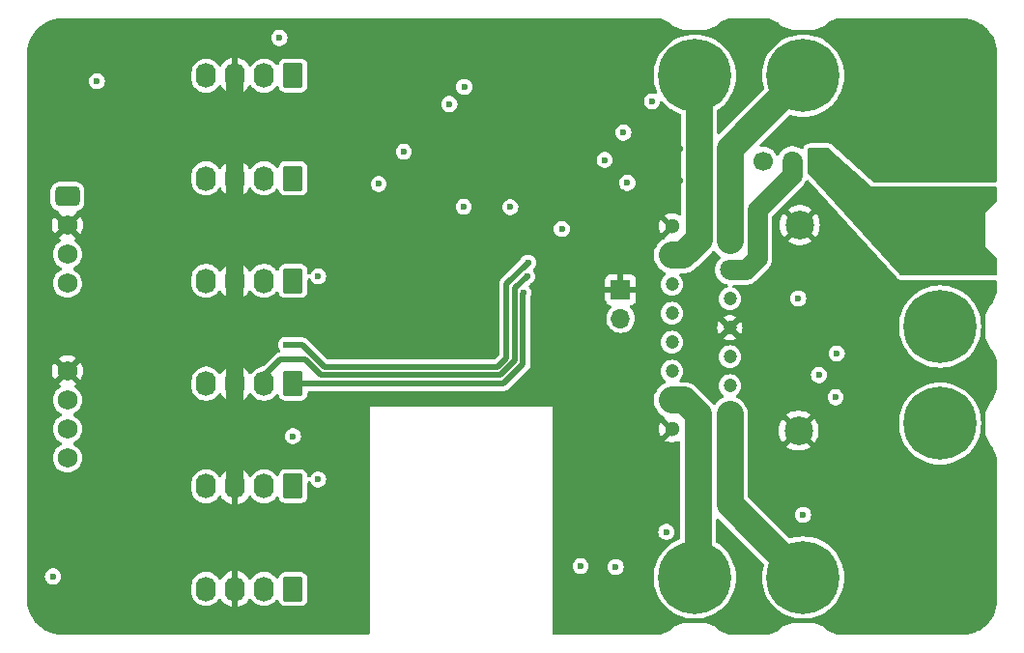
<source format=gbr>
%TF.GenerationSoftware,KiCad,Pcbnew,8.0.3*%
%TF.CreationDate,2024-06-26T22:05:55-03:00*%
%TF.ProjectId,PECDR,50454344-522e-46b6-9963-61645f706362,rev?*%
%TF.SameCoordinates,Original*%
%TF.FileFunction,Copper,L2,Inr*%
%TF.FilePolarity,Positive*%
%FSLAX46Y46*%
G04 Gerber Fmt 4.6, Leading zero omitted, Abs format (unit mm)*
G04 Created by KiCad (PCBNEW 8.0.3) date 2024-06-26 22:05:55*
%MOMM*%
%LPD*%
G01*
G04 APERTURE LIST*
G04 Aperture macros list*
%AMRoundRect*
0 Rectangle with rounded corners*
0 $1 Rounding radius*
0 $2 $3 $4 $5 $6 $7 $8 $9 X,Y pos of 4 corners*
0 Add a 4 corners polygon primitive as box body*
4,1,4,$2,$3,$4,$5,$6,$7,$8,$9,$2,$3,0*
0 Add four circle primitives for the rounded corners*
1,1,$1+$1,$2,$3*
1,1,$1+$1,$4,$5*
1,1,$1+$1,$6,$7*
1,1,$1+$1,$8,$9*
0 Add four rect primitives between the rounded corners*
20,1,$1+$1,$2,$3,$4,$5,0*
20,1,$1+$1,$4,$5,$6,$7,0*
20,1,$1+$1,$6,$7,$8,$9,0*
20,1,$1+$1,$8,$9,$2,$3,0*%
G04 Aperture macros list end*
%TA.AperFunction,ComponentPad*%
%ADD10RoundRect,0.250000X0.620000X0.845000X-0.620000X0.845000X-0.620000X-0.845000X0.620000X-0.845000X0*%
%TD*%
%TA.AperFunction,ComponentPad*%
%ADD11O,1.740000X2.190000*%
%TD*%
%TA.AperFunction,ComponentPad*%
%ADD12C,0.800000*%
%TD*%
%TA.AperFunction,ComponentPad*%
%ADD13C,6.400000*%
%TD*%
%TA.AperFunction,ComponentPad*%
%ADD14C,1.700000*%
%TD*%
%TA.AperFunction,ComponentPad*%
%ADD15O,1.700000X1.700000*%
%TD*%
%TA.AperFunction,ComponentPad*%
%ADD16C,1.740000*%
%TD*%
%TA.AperFunction,ComponentPad*%
%ADD17RoundRect,0.435000X0.660000X-0.435000X0.660000X0.435000X-0.660000X0.435000X-0.660000X-0.435000X0*%
%TD*%
%TA.AperFunction,ComponentPad*%
%ADD18C,1.300000*%
%TD*%
%TA.AperFunction,ComponentPad*%
%ADD19C,1.800000*%
%TD*%
%TA.AperFunction,ComponentPad*%
%ADD20C,1.200000*%
%TD*%
%TA.AperFunction,ComponentPad*%
%ADD21C,2.500000*%
%TD*%
%TA.AperFunction,ComponentPad*%
%ADD22R,1.700000X1.700000*%
%TD*%
%TA.AperFunction,ViaPad*%
%ADD23C,0.600000*%
%TD*%
%TA.AperFunction,Conductor*%
%ADD24C,1.500000*%
%TD*%
%TA.AperFunction,Conductor*%
%ADD25C,2.350000*%
%TD*%
%TA.AperFunction,Conductor*%
%ADD26C,1.800000*%
%TD*%
%TA.AperFunction,Conductor*%
%ADD27C,2.500000*%
%TD*%
%TA.AperFunction,Conductor*%
%ADD28C,0.500000*%
%TD*%
G04 APERTURE END LIST*
D10*
%TO.N,/TXD1-SDA0-RX0-GP4*%
%TO.C,J5*%
X56790000Y-58302944D03*
D11*
%TO.N,/RXD1-SCL0-CS0-GP5*%
X54250000Y-58302944D03*
%TO.N,GND*%
X51710000Y-58302944D03*
%TO.N,+3V3*%
X49170000Y-58302944D03*
%TD*%
D12*
%TO.N,/A*%
%TO.C,J14*%
X111100000Y-80302944D03*
X111802944Y-78605888D03*
X111802944Y-82000000D03*
X113500000Y-77902944D03*
D13*
X113500000Y-80302944D03*
D12*
X113500000Y-82702944D03*
X115197056Y-78605888D03*
X115197056Y-82000000D03*
X115900000Y-80302944D03*
%TD*%
D14*
%TO.N,+3V3*%
%TO.C,J16*%
X98000000Y-65802944D03*
D15*
%TO.N,VS*%
X100540000Y-65802944D03*
%TO.N,VCC*%
X103080000Y-65802944D03*
%TD*%
D16*
%TO.N,unconnected-(J7-Pin_1-Pad1)*%
%TO.C,J7*%
X37020000Y-91822944D03*
%TO.N,+3V3*%
X37020000Y-89282944D03*
%TO.N,/IN1*%
X37020000Y-86742944D03*
%TO.N,GND*%
X37020000Y-84202944D03*
%TD*%
D12*
%TO.N,/OUT4*%
%TO.C,J2*%
X99100000Y-102302944D03*
X99802944Y-100605888D03*
X99802944Y-104000000D03*
X101500000Y-99902944D03*
D13*
X101500000Y-102302944D03*
D12*
X101500000Y-104702944D03*
X103197056Y-100605888D03*
X103197056Y-104000000D03*
X103900000Y-102302944D03*
%TD*%
D10*
%TO.N,/TXD0-SDA0-RX1-GP12*%
%TO.C,J11*%
X56790000Y-103302944D03*
D11*
%TO.N,/RXD0-SCL0-CS1-GP13*%
X54250000Y-103302944D03*
%TO.N,GND*%
X51710000Y-103302944D03*
%TO.N,+3V3*%
X49170000Y-103302944D03*
%TD*%
D10*
%TO.N,/SDA1-SCK1-GP10*%
%TO.C,J10*%
X56790000Y-94302944D03*
D11*
%TO.N,/SCL1-TX1-GP11*%
X54250000Y-94302944D03*
%TO.N,GND*%
X51710000Y-94302944D03*
%TO.N,+3V3*%
X49170000Y-94302944D03*
%TD*%
D12*
%TO.N,/OUT1*%
%TO.C,J3*%
X99100000Y-58302944D03*
X99802944Y-56605888D03*
X99802944Y-60000000D03*
X101500000Y-55902944D03*
D13*
X101500000Y-58302944D03*
D12*
X101500000Y-60702944D03*
X103197056Y-56605888D03*
X103197056Y-60000000D03*
X103900000Y-58302944D03*
%TD*%
%TO.N,/B*%
%TO.C,J15*%
X111100000Y-88802944D03*
X111802944Y-87105888D03*
X111802944Y-90500000D03*
X113500000Y-86402944D03*
D13*
X113500000Y-88802944D03*
D12*
X113500000Y-91202944D03*
X115197056Y-87105888D03*
X115197056Y-90500000D03*
X115900000Y-88802944D03*
%TD*%
%TO.N,GND*%
%TO.C,J13*%
X45900000Y-97302944D03*
X45197056Y-99000000D03*
X45197056Y-95605888D03*
X43500000Y-99702944D03*
D13*
X43500000Y-97302944D03*
D12*
X43500000Y-94902944D03*
X41802944Y-99000000D03*
X41802944Y-95605888D03*
X41100000Y-97302944D03*
%TD*%
D10*
%TO.N,/TXD1-SDA0-RX0-GP4*%
%TO.C,J6*%
X56790000Y-67302944D03*
D11*
%TO.N,/RXD1-SCL0-CS0-GP5*%
X54250000Y-67302944D03*
%TO.N,GND*%
X51710000Y-67302944D03*
%TO.N,+3V3*%
X49170000Y-67302944D03*
%TD*%
D12*
%TO.N,GND*%
%TO.C,J13*%
X110900000Y-97302944D03*
X110197056Y-99000000D03*
X110197056Y-95605888D03*
X108500000Y-99702944D03*
D13*
X108500000Y-97302944D03*
D12*
X108500000Y-94902944D03*
X106802944Y-99000000D03*
X106802944Y-95605888D03*
X106100000Y-97302944D03*
%TD*%
D10*
%TO.N,/GP26-ADC0-SDA1*%
%TO.C,J9*%
X56790000Y-85302944D03*
D11*
%TO.N,/GP27-ADC1-SCL1*%
X54250000Y-85302944D03*
%TO.N,GND*%
X51710000Y-85302944D03*
%TO.N,+3V3*%
X49170000Y-85302944D03*
%TD*%
D12*
%TO.N,GND*%
%TO.C,J13*%
X45900000Y-63302944D03*
X45197056Y-65000000D03*
X45197056Y-61605888D03*
X43500000Y-65702944D03*
D13*
X43500000Y-63302944D03*
D12*
X43500000Y-60902944D03*
X41802944Y-65000000D03*
X41802944Y-61605888D03*
X41100000Y-63302944D03*
%TD*%
D16*
%TO.N,/SDA1-SCK0-GP2*%
%TO.C,J17*%
X37020000Y-76502944D03*
%TO.N,/SCL1-TX0-GP3*%
X37020000Y-73962944D03*
%TO.N,GND*%
X37020000Y-71422944D03*
D17*
%TO.N,+3V3*%
X37020000Y-68882944D03*
%TD*%
D12*
%TO.N,/OUT2*%
%TO.C,J1*%
X89600000Y-58302944D03*
X90302944Y-56605888D03*
X90302944Y-60000000D03*
X92000000Y-55902944D03*
D13*
X92000000Y-58302944D03*
D12*
X92000000Y-60702944D03*
X93697056Y-56605888D03*
X93697056Y-60000000D03*
X94400000Y-58302944D03*
%TD*%
%TO.N,/OUT3*%
%TO.C,J12*%
X89600000Y-102302944D03*
X90302944Y-100605888D03*
X90302944Y-104000000D03*
X92000000Y-99902944D03*
D13*
X92000000Y-102302944D03*
D12*
X92000000Y-104702944D03*
X93697056Y-100605888D03*
X93697056Y-104000000D03*
X94400000Y-102302944D03*
%TD*%
D18*
%TO.N,GND*%
%TO.C,U5*%
X90000000Y-71522944D03*
D19*
%TO.N,/OUT1*%
X95080000Y-72792944D03*
%TO.N,/OUT2*%
X90000000Y-74062944D03*
%TO.N,VS*%
X95080000Y-75332944D03*
D20*
%TO.N,/GP22*%
X90000000Y-76602944D03*
%TO.N,+3V3*%
X95080000Y-77872944D03*
%TO.N,/GP21*%
X90000000Y-79142944D03*
D21*
%TO.N,GND*%
X101210000Y-71422944D03*
D20*
X95080000Y-80412944D03*
D21*
X101110000Y-89422944D03*
D20*
%TO.N,+3V3*%
X90000000Y-81682944D03*
%TO.N,/GP20*%
X95080000Y-82952944D03*
%TO.N,+3V3*%
X90000000Y-84222944D03*
%TO.N,/GP19*%
X95080000Y-85492944D03*
D19*
%TO.N,/OUT3*%
X90000000Y-86762944D03*
%TO.N,/OUT4*%
X95080000Y-88032944D03*
D18*
%TO.N,GND*%
X90000000Y-89302944D03*
%TD*%
D12*
%TO.N,VCC*%
%TO.C,J4*%
X111100000Y-71802944D03*
X111802944Y-70105888D03*
X111802944Y-73500000D03*
X113500000Y-69402944D03*
D13*
X113500000Y-71802944D03*
D12*
X113500000Y-74202944D03*
X115197056Y-70105888D03*
X115197056Y-73500000D03*
X115900000Y-71802944D03*
%TD*%
D10*
%TO.N,/ADC2*%
%TO.C,J8*%
X56790000Y-76302944D03*
D11*
%TO.N,/IN2*%
X54250000Y-76302944D03*
%TO.N,GND*%
X51710000Y-76302944D03*
%TO.N,+3V3*%
X49170000Y-76302944D03*
%TD*%
D12*
%TO.N,GND*%
%TO.C,J13*%
X110900000Y-63302944D03*
X110197056Y-65000000D03*
X110197056Y-61605888D03*
X108500000Y-65702944D03*
D13*
X108500000Y-63302944D03*
D12*
X108500000Y-60902944D03*
X106802944Y-65000000D03*
X106802944Y-61605888D03*
X106100000Y-63302944D03*
%TD*%
D22*
%TO.N,GND*%
%TO.C,JP1*%
X85500000Y-77062944D03*
D15*
%TO.N,/RUN*%
X85500000Y-79602944D03*
%TD*%
D23*
%TO.N,GND*%
X104300000Y-89902944D03*
X47500000Y-80552944D03*
X51250000Y-89302944D03*
X72250000Y-64552944D03*
X40000000Y-70802944D03*
X93100000Y-75302944D03*
X51750000Y-61302944D03*
X75500000Y-86302944D03*
X89100000Y-70302944D03*
X100750000Y-93802944D03*
X79800000Y-79602944D03*
X88500000Y-93552944D03*
X74500000Y-75302944D03*
X106500000Y-82702944D03*
X117500000Y-55802944D03*
X115000000Y-63302944D03*
X115000000Y-105802944D03*
X90700000Y-67502944D03*
X43500000Y-79302944D03*
X90000000Y-91802944D03*
X108000000Y-76302944D03*
X63500000Y-86302944D03*
X47250000Y-59802944D03*
X109100000Y-81502944D03*
X58700000Y-60702944D03*
X87300000Y-78102944D03*
X115000000Y-65802944D03*
X84100000Y-98702944D03*
X42500000Y-55802944D03*
X72250000Y-66052944D03*
X110000000Y-58302944D03*
X84300000Y-68302944D03*
X108000000Y-92552944D03*
X50750000Y-78052944D03*
X58500000Y-72102944D03*
X112500000Y-60802944D03*
X117500000Y-95802944D03*
X90700000Y-64702944D03*
X69500000Y-82302944D03*
X50250000Y-104802944D03*
X70000000Y-66052944D03*
X68100000Y-65302944D03*
X77500000Y-86302944D03*
X78400000Y-75002944D03*
X86250000Y-105302944D03*
X71100000Y-66102944D03*
X79250000Y-58302944D03*
X35000000Y-55802944D03*
X69500000Y-86302944D03*
X112500000Y-95802944D03*
X67500000Y-82302944D03*
X84100000Y-86002944D03*
X40000000Y-83302944D03*
X41250000Y-104802944D03*
X43500000Y-90302944D03*
X74300000Y-62302944D03*
X83700000Y-74702944D03*
X112500000Y-100802944D03*
X83700000Y-69602944D03*
X92500000Y-82102944D03*
X112500000Y-103302944D03*
X117500000Y-58302944D03*
X107500000Y-103302944D03*
X88100000Y-89302944D03*
X58500000Y-98702944D03*
X112500000Y-93302944D03*
X79500000Y-86302944D03*
X79900000Y-98802944D03*
X112500000Y-65802944D03*
X71100000Y-64502944D03*
X50750000Y-83302944D03*
X63500000Y-82302944D03*
X67500000Y-74302944D03*
X84500000Y-73302944D03*
X80300000Y-77302944D03*
X92300000Y-84502944D03*
X35000000Y-60802944D03*
X105500000Y-93302944D03*
X65500000Y-69302944D03*
X110000000Y-105802944D03*
X74500000Y-71302944D03*
X117500000Y-60802944D03*
X110000000Y-55802944D03*
X74500000Y-77302944D03*
X115000000Y-93302944D03*
X57600000Y-80802944D03*
X84000000Y-78302944D03*
X37500000Y-63302944D03*
X117500000Y-100802944D03*
X62700000Y-71902944D03*
X35000000Y-58302944D03*
X102900000Y-91502944D03*
X107500000Y-55802944D03*
X103900000Y-77302944D03*
X73500000Y-86302944D03*
X70000000Y-64552944D03*
X67700000Y-57302944D03*
X74750000Y-59802944D03*
X112500000Y-98302944D03*
X53000000Y-73802944D03*
X117500000Y-65802944D03*
X117500000Y-93302944D03*
X51700000Y-69202944D03*
X78500000Y-83802944D03*
X86250000Y-95802944D03*
X37500000Y-60802944D03*
X117500000Y-103302944D03*
X47250000Y-100802944D03*
X76500000Y-73302944D03*
X71500000Y-86302944D03*
X117500000Y-63302944D03*
X65500000Y-86302944D03*
X63100000Y-98702944D03*
X97750000Y-92802944D03*
X63300000Y-60702944D03*
X112500000Y-58302944D03*
X102500000Y-75302944D03*
X74500000Y-79302944D03*
X83700000Y-77102944D03*
X83700000Y-72002944D03*
X67500000Y-86302944D03*
X67500000Y-78302944D03*
X58600000Y-86502944D03*
X86500000Y-65302944D03*
X35700000Y-98602944D03*
X107500000Y-105802944D03*
X79700000Y-68302944D03*
X35000000Y-70802944D03*
X112500000Y-63302944D03*
X63600000Y-78102944D03*
X51000000Y-97802944D03*
X112500000Y-55802944D03*
X47500000Y-83302944D03*
X110000000Y-103302944D03*
X115000000Y-55802944D03*
X110000000Y-93302944D03*
X112500000Y-105802944D03*
X105250000Y-75552944D03*
X83900000Y-61902944D03*
X35000000Y-63302944D03*
X35500000Y-105802944D03*
X79100000Y-63102944D03*
X46400000Y-72802944D03*
X78500000Y-71302944D03*
X65500000Y-82302944D03*
X47250000Y-89802944D03*
X40000000Y-101052944D03*
X117500000Y-98302944D03*
%TO.N,+3V3*%
X55600000Y-55002944D03*
X101075000Y-77827944D03*
X86100000Y-67702944D03*
X84100000Y-65702944D03*
%TO.N,VCC*%
X109500000Y-69302944D03*
X107500000Y-69302944D03*
X116500000Y-75052944D03*
X85750000Y-63302944D03*
X116500000Y-68802944D03*
X107500000Y-71302944D03*
X105500000Y-68302944D03*
X109500000Y-71302944D03*
X109500000Y-73302944D03*
%TO.N,/OUT1*%
X98000000Y-61802944D03*
X95080000Y-70682944D03*
X95080000Y-65882944D03*
%TO.N,/OUT2*%
X92600000Y-66002944D03*
X92300000Y-72702944D03*
%TO.N,/OUT3*%
X92700000Y-97102944D03*
X92300000Y-90202944D03*
%TO.N,/OUT4*%
X95080000Y-92282944D03*
X97400000Y-97702944D03*
%TO.N,/GP26-ADC0-SDA1*%
X76999500Y-77352944D03*
%TO.N,Net-(D10-A)*%
X39600000Y-58802944D03*
%TO.N,/GP27-ADC1-SCL1*%
X77300000Y-75882944D03*
%TO.N,VS*%
X101500000Y-96802944D03*
X88250000Y-60552944D03*
X89500000Y-98302944D03*
%TO.N,/ReceiverOutput*%
X104350000Y-86502944D03*
X85070711Y-101373655D03*
X82000000Y-101302944D03*
%TO.N,/InputOutputEnable*%
X102875000Y-84552944D03*
%TO.N,/DriverInput*%
X104450000Y-82652944D03*
%TO.N,/GP28-ADC2*%
X56175000Y-81902944D03*
X80350000Y-71752944D03*
X77400000Y-74702944D03*
%TO.N,/G15*%
X35750000Y-102202944D03*
%TO.N,/GP6*%
X59000000Y-75902944D03*
%TO.N,/TXD0-SDA0-RX1-GP12*%
X59000000Y-93702944D03*
%TO.N,/SDA1-SCK1-GP10*%
X56790000Y-89912944D03*
%TO.N,Net-(U2-VIN)*%
X66500000Y-64977944D03*
X70500000Y-60802944D03*
%TO.N,Net-(U2-LX)*%
X64300000Y-67802944D03*
X71800000Y-59302944D03*
%TO.N,Net-(U2-PG)*%
X75837500Y-69840444D03*
X71750000Y-69802944D03*
%TD*%
D24*
%TO.N,GND*%
X51710000Y-58302944D02*
X51710000Y-94302944D01*
D25*
%TO.N,/OUT1*%
X95080000Y-70682944D02*
X95080000Y-72792944D01*
X95080000Y-65882944D02*
X95080000Y-64722944D01*
X95080000Y-64722944D02*
X101500000Y-58302944D01*
X95080000Y-65882944D02*
X95080000Y-70682944D01*
%TO.N,/OUT2*%
X92300000Y-72752944D02*
X92300000Y-72702944D01*
X90000000Y-74062944D02*
X90990000Y-74062944D01*
X92300000Y-72702944D02*
X92350000Y-72702944D01*
X90990000Y-74062944D02*
X92300000Y-72752944D01*
D26*
X93000000Y-59302944D02*
X92000000Y-58302944D01*
D25*
X92350000Y-72702944D02*
X92375000Y-72677944D01*
X92375000Y-58677944D02*
X92000000Y-58302944D01*
X92375000Y-72677944D02*
X92375000Y-58677944D01*
D26*
%TO.N,/OUT3*%
X93000000Y-101302944D02*
X92000000Y-102302944D01*
D25*
X92300000Y-87982944D02*
X91080000Y-86762944D01*
X92300000Y-102002944D02*
X92000000Y-102302944D01*
D27*
X92250000Y-102052944D02*
X92000000Y-102302944D01*
D25*
X92300000Y-90202944D02*
X92300000Y-102002944D01*
X92300000Y-90202944D02*
X92300000Y-87982944D01*
X91080000Y-86762944D02*
X90000000Y-86762944D01*
%TO.N,/OUT4*%
X95080000Y-92282944D02*
X95080000Y-95882944D01*
X95080000Y-95882944D02*
X101500000Y-102302944D01*
X95080000Y-92282944D02*
X95080000Y-88032944D01*
D28*
%TO.N,/GP26-ADC0-SDA1*%
X76999500Y-77352944D02*
X76950000Y-77402444D01*
X76950000Y-83592893D02*
X75239950Y-85302944D01*
X76950000Y-77402444D02*
X76950000Y-83592893D01*
X75239950Y-85302944D02*
X56790000Y-85302944D01*
%TO.N,/GP27-ADC1-SCL1*%
X76250000Y-83302944D02*
X75000000Y-84552944D01*
X55700000Y-83202944D02*
X54250000Y-84652944D01*
X57900000Y-83202944D02*
X55700000Y-83202944D01*
X76250000Y-76932944D02*
X76250000Y-83302944D01*
X75000000Y-84552944D02*
X59250000Y-84552944D01*
X77300000Y-75882944D02*
X76250000Y-76932944D01*
X59250000Y-84552944D02*
X57900000Y-83202944D01*
D26*
%TO.N,VS*%
X100540000Y-65802944D02*
X100540000Y-67012944D01*
X100540000Y-67012944D02*
X97500000Y-70052944D01*
X97500000Y-70052944D02*
X97500000Y-74302944D01*
X97500000Y-74302944D02*
X96470000Y-75332944D01*
X96470000Y-75332944D02*
X95080000Y-75332944D01*
D28*
%TO.N,/GP28-ADC2*%
X57589950Y-81902944D02*
X59539950Y-83852944D01*
X74710050Y-83852944D02*
X75500000Y-83062994D01*
X75500000Y-76602944D02*
X77400000Y-74702944D01*
X59539950Y-83852944D02*
X74710050Y-83852944D01*
X75500000Y-83062994D02*
X75500000Y-76602944D01*
X56175000Y-81902944D02*
X57589950Y-81902944D01*
%TD*%
%TA.AperFunction,Conductor*%
%TO.N,GND*%
G36*
X47600000Y-101202944D02*
G01*
X39600000Y-101202944D01*
X39600000Y-93202944D01*
X47600000Y-93202944D01*
X47600000Y-101202944D01*
G37*
%TD.AperFunction*%
%TD*%
%TA.AperFunction,Conductor*%
%TO.N,GND*%
G36*
X112500000Y-101302944D02*
G01*
X104959562Y-101302944D01*
X104928978Y-101188801D01*
X104793734Y-100836479D01*
X104622403Y-100500224D01*
X104622401Y-100500221D01*
X104622399Y-100500217D01*
X104500000Y-100311738D01*
X104500000Y-93302944D01*
X112500000Y-93302944D01*
X112500000Y-101302944D01*
G37*
%TD.AperFunction*%
%TD*%
%TA.AperFunction,Conductor*%
%TO.N,GND*%
G36*
X39514944Y-59503444D02*
G01*
X39685056Y-59503444D01*
X39687085Y-59502944D01*
X47500000Y-59502944D01*
X47500000Y-67502944D01*
X39500000Y-67502944D01*
X39500000Y-59502944D01*
X39512915Y-59502944D01*
X39514944Y-59503444D01*
G37*
%TD.AperFunction*%
%TD*%
%TA.AperFunction,Conductor*%
%TO.N,GND*%
G36*
X89027382Y-53314286D02*
G01*
X89186940Y-53380377D01*
X89714711Y-53598987D01*
X89826171Y-53645155D01*
X89874510Y-53677454D01*
X90146447Y-53949391D01*
X91000000Y-54302944D01*
X93000000Y-54302944D01*
X93853553Y-53949391D01*
X94125492Y-53677451D01*
X94173826Y-53645156D01*
X94972618Y-53314286D01*
X95029638Y-53302944D01*
X98470362Y-53302944D01*
X98527382Y-53314286D01*
X98686940Y-53380377D01*
X99214711Y-53598987D01*
X99326171Y-53645155D01*
X99374510Y-53677454D01*
X99646447Y-53949391D01*
X100500000Y-54302944D01*
X102500000Y-54302944D01*
X103353553Y-53949391D01*
X103625492Y-53677451D01*
X103673826Y-53645156D01*
X104472618Y-53314286D01*
X104529638Y-53302944D01*
X115415256Y-53302944D01*
X115416261Y-53302947D01*
X115417856Y-53302957D01*
X115580032Y-53304053D01*
X115588347Y-53304342D01*
X115748352Y-53314412D01*
X115755643Y-53315052D01*
X115831491Y-53323598D01*
X115839741Y-53324763D01*
X116158805Y-53378974D01*
X116175069Y-53382686D01*
X116482039Y-53471123D01*
X116497810Y-53476642D01*
X116792924Y-53598883D01*
X116807979Y-53606133D01*
X117087549Y-53760647D01*
X117101696Y-53769537D01*
X117362217Y-53954388D01*
X117375268Y-53964795D01*
X117563533Y-54133041D01*
X117613466Y-54177665D01*
X117625280Y-54189480D01*
X117838119Y-54427650D01*
X117848537Y-54440714D01*
X118033382Y-54701233D01*
X118042272Y-54715381D01*
X118196784Y-54994957D01*
X118204034Y-55010012D01*
X118326271Y-55305127D01*
X118331789Y-55320898D01*
X118420215Y-55627842D01*
X118423933Y-55644132D01*
X118478139Y-55963188D01*
X118479307Y-55971463D01*
X118487850Y-56047288D01*
X118488492Y-56054595D01*
X118498580Y-56214611D01*
X118498871Y-56222961D01*
X118499996Y-56386542D01*
X118500000Y-56387567D01*
X118500000Y-67498444D01*
X118480038Y-67572944D01*
X118425500Y-67627482D01*
X118351000Y-67647444D01*
X107713950Y-67647444D01*
X107639450Y-67627482D01*
X107613868Y-67608828D01*
X107276496Y-67302944D01*
X112500000Y-67302944D01*
X112500000Y-59302944D01*
X104959562Y-59302944D01*
X105026653Y-59052557D01*
X105085690Y-58679815D01*
X105105441Y-58302944D01*
X105085690Y-57926073D01*
X105026653Y-57553331D01*
X104928978Y-57188801D01*
X104927692Y-57185452D01*
X104793739Y-56836492D01*
X104793738Y-56836491D01*
X104793734Y-56836479D01*
X104622403Y-56500224D01*
X104622401Y-56500221D01*
X104622399Y-56500217D01*
X104416866Y-56183724D01*
X104416863Y-56183719D01*
X104179365Y-55890433D01*
X103912511Y-55623579D01*
X103619225Y-55386081D01*
X103534214Y-55330874D01*
X103302727Y-55180544D01*
X103302707Y-55180533D01*
X102966475Y-55009215D01*
X102966473Y-55009214D01*
X102966465Y-55009210D01*
X102966459Y-55009207D01*
X102966451Y-55009204D01*
X102614158Y-54873971D01*
X102614138Y-54873964D01*
X102249622Y-54776293D01*
X102249619Y-54776292D01*
X101876865Y-54717253D01*
X101500000Y-54697503D01*
X101123134Y-54717253D01*
X100750380Y-54776292D01*
X100750377Y-54776293D01*
X100385861Y-54873964D01*
X100385841Y-54873971D01*
X100033548Y-55009204D01*
X100033532Y-55009211D01*
X99697286Y-55180537D01*
X99697273Y-55180544D01*
X99380780Y-55386077D01*
X99087485Y-55623582D01*
X98820638Y-55890429D01*
X98583133Y-56183724D01*
X98377600Y-56500217D01*
X98377593Y-56500230D01*
X98206267Y-56836476D01*
X98206260Y-56836492D01*
X98071027Y-57188785D01*
X98071020Y-57188805D01*
X97973349Y-57553321D01*
X97973348Y-57553324D01*
X97914309Y-57926078D01*
X97894559Y-58302944D01*
X97914309Y-58679809D01*
X97973348Y-59052563D01*
X97973349Y-59052566D01*
X98067087Y-59402403D01*
X98067087Y-59479531D01*
X98028523Y-59546326D01*
X94204859Y-63369991D01*
X94138064Y-63408555D01*
X94060936Y-63408555D01*
X93994141Y-63369991D01*
X93955577Y-63303196D01*
X93950500Y-63264632D01*
X93950500Y-61410278D01*
X93970462Y-61335778D01*
X94018347Y-61285317D01*
X94119225Y-61219807D01*
X94412511Y-60982309D01*
X94679365Y-60715455D01*
X94916863Y-60422169D01*
X95122403Y-60105665D01*
X95293734Y-59769409D01*
X95428978Y-59417087D01*
X95526653Y-59052557D01*
X95585690Y-58679815D01*
X95605441Y-58302944D01*
X95585690Y-57926073D01*
X95526653Y-57553331D01*
X95428978Y-57188801D01*
X95427692Y-57185452D01*
X95293739Y-56836492D01*
X95293738Y-56836491D01*
X95293734Y-56836479D01*
X95122403Y-56500224D01*
X95122401Y-56500221D01*
X95122399Y-56500217D01*
X94916866Y-56183724D01*
X94916863Y-56183719D01*
X94679365Y-55890433D01*
X94412511Y-55623579D01*
X94119225Y-55386081D01*
X94034214Y-55330874D01*
X93802727Y-55180544D01*
X93802707Y-55180533D01*
X93466475Y-55009215D01*
X93466473Y-55009214D01*
X93466465Y-55009210D01*
X93466459Y-55009207D01*
X93466451Y-55009204D01*
X93114158Y-54873971D01*
X93114138Y-54873964D01*
X92749622Y-54776293D01*
X92749619Y-54776292D01*
X92376865Y-54717253D01*
X92000000Y-54697503D01*
X91623134Y-54717253D01*
X91250380Y-54776292D01*
X91250377Y-54776293D01*
X90885861Y-54873964D01*
X90885841Y-54873971D01*
X90533548Y-55009204D01*
X90533532Y-55009211D01*
X90197286Y-55180537D01*
X90197273Y-55180544D01*
X89880780Y-55386077D01*
X89587485Y-55623582D01*
X89320638Y-55890429D01*
X89083133Y-56183724D01*
X88877600Y-56500217D01*
X88877593Y-56500230D01*
X88706267Y-56836476D01*
X88706260Y-56836492D01*
X88571027Y-57188785D01*
X88571020Y-57188805D01*
X88473349Y-57553321D01*
X88473348Y-57553324D01*
X88414309Y-57926078D01*
X88394559Y-58302944D01*
X88414309Y-58679809D01*
X88473348Y-59052563D01*
X88473349Y-59052566D01*
X88571020Y-59417082D01*
X88571027Y-59417102D01*
X88678023Y-59695835D01*
X88686086Y-59772541D01*
X88654715Y-59843001D01*
X88592317Y-59888335D01*
X88515611Y-59896398D01*
X88503263Y-59893903D01*
X88500225Y-59893154D01*
X88335056Y-59852444D01*
X88164944Y-59852444D01*
X87999775Y-59893153D01*
X87849145Y-59972211D01*
X87721820Y-60085011D01*
X87721817Y-60085015D01*
X87625181Y-60225014D01*
X87564860Y-60384069D01*
X87544355Y-60552944D01*
X87564860Y-60721818D01*
X87625181Y-60880873D01*
X87625182Y-60880874D01*
X87721817Y-61020873D01*
X87839526Y-61125154D01*
X87849146Y-61133676D01*
X87849148Y-61133678D01*
X87999775Y-61212734D01*
X88164944Y-61253444D01*
X88335056Y-61253444D01*
X88500225Y-61212734D01*
X88650852Y-61133678D01*
X88778183Y-61020873D01*
X88874818Y-60880874D01*
X88935140Y-60721816D01*
X88943687Y-60651419D01*
X88972482Y-60579873D01*
X89033196Y-60532307D01*
X89109559Y-60521469D01*
X89181110Y-60550265D01*
X89207391Y-60575610D01*
X89320635Y-60715455D01*
X89587489Y-60982309D01*
X89880775Y-61219807D01*
X89959408Y-61270872D01*
X90197272Y-61425343D01*
X90197292Y-61425354D01*
X90350553Y-61503444D01*
X90533535Y-61596678D01*
X90533547Y-61596682D01*
X90533548Y-61596683D01*
X90703897Y-61662074D01*
X90766295Y-61707408D01*
X90797666Y-61777868D01*
X90799500Y-61801177D01*
X90799500Y-70397871D01*
X90779538Y-70472371D01*
X90725000Y-70526909D01*
X90650500Y-70546871D01*
X90576000Y-70526909D01*
X90572063Y-70524554D01*
X90514798Y-70489098D01*
X90514790Y-70489093D01*
X90316065Y-70412107D01*
X90106567Y-70372944D01*
X89893432Y-70372944D01*
X89683934Y-70412107D01*
X89485209Y-70489093D01*
X89485206Y-70489095D01*
X89382992Y-70552383D01*
X89870590Y-71039981D01*
X89807007Y-71057019D01*
X89692993Y-71122845D01*
X89599901Y-71215937D01*
X89534075Y-71329951D01*
X89517037Y-71393534D01*
X89026835Y-70903332D01*
X89018062Y-70914950D01*
X88923062Y-71105739D01*
X88864737Y-71310731D01*
X88845073Y-71522939D01*
X88845073Y-71522948D01*
X88864737Y-71735156D01*
X88923062Y-71940148D01*
X89018062Y-72130936D01*
X89026836Y-72142553D01*
X89517037Y-71652351D01*
X89534075Y-71715937D01*
X89599901Y-71829951D01*
X89692993Y-71923043D01*
X89807007Y-71988869D01*
X89870588Y-72005906D01*
X89382991Y-72493504D01*
X89383716Y-72499746D01*
X89372472Y-72576051D01*
X89324583Y-72636510D01*
X89303354Y-72649677D01*
X89174256Y-72715456D01*
X89174253Y-72715457D01*
X88973633Y-72861217D01*
X88798273Y-73036577D01*
X88652513Y-73237197D01*
X88652509Y-73237205D01*
X88539932Y-73458150D01*
X88539925Y-73458168D01*
X88463293Y-73694013D01*
X88443450Y-73819304D01*
X88424500Y-73938949D01*
X88424500Y-74186939D01*
X88439968Y-74284599D01*
X88463293Y-74431874D01*
X88517775Y-74599551D01*
X88539927Y-74667726D01*
X88539930Y-74667731D01*
X88539932Y-74667737D01*
X88652509Y-74888682D01*
X88652513Y-74888690D01*
X88774128Y-75056077D01*
X88798276Y-75089314D01*
X88973630Y-75264668D01*
X89016635Y-75295913D01*
X89174253Y-75410430D01*
X89174255Y-75410431D01*
X89174258Y-75410433D01*
X89282469Y-75465569D01*
X89400434Y-75525675D01*
X89399767Y-75526983D01*
X89455064Y-75569404D01*
X89484587Y-75640658D01*
X89474528Y-75717127D01*
X89431389Y-75775300D01*
X89289119Y-75892058D01*
X89251739Y-75937606D01*
X89173316Y-76033165D01*
X89164088Y-76044409D01*
X89164083Y-76044417D01*
X89071187Y-76218212D01*
X89013976Y-76406809D01*
X88994659Y-76602944D01*
X89013976Y-76799078D01*
X89071187Y-76987675D01*
X89164083Y-77161470D01*
X89164087Y-77161476D01*
X89164090Y-77161482D01*
X89289117Y-77313827D01*
X89441462Y-77438854D01*
X89441471Y-77438859D01*
X89441473Y-77438860D01*
X89615268Y-77531756D01*
X89615270Y-77531756D01*
X89615273Y-77531758D01*
X89803868Y-77588968D01*
X90000000Y-77608285D01*
X90196132Y-77588968D01*
X90384727Y-77531758D01*
X90403324Y-77521818D01*
X90481707Y-77479921D01*
X90558538Y-77438854D01*
X90710883Y-77313827D01*
X90835910Y-77161482D01*
X90913861Y-77015647D01*
X90928812Y-76987675D01*
X90928812Y-76987674D01*
X90928814Y-76987671D01*
X90986024Y-76799076D01*
X91005341Y-76602944D01*
X90986024Y-76406812D01*
X90928814Y-76218217D01*
X90928812Y-76218214D01*
X90928812Y-76218212D01*
X90835916Y-76044417D01*
X90835915Y-76044415D01*
X90835910Y-76044406D01*
X90710883Y-75892061D01*
X90710881Y-75892059D01*
X90706239Y-75886403D01*
X90707386Y-75885461D01*
X90673061Y-75826008D01*
X90673061Y-75748880D01*
X90711625Y-75682085D01*
X90778420Y-75643521D01*
X90816984Y-75638444D01*
X91113991Y-75638444D01*
X91113994Y-75638444D01*
X91113995Y-75638444D01*
X91358931Y-75599650D01*
X91594782Y-75523017D01*
X91815742Y-75410433D01*
X92016370Y-75264668D01*
X92191724Y-75089314D01*
X92191725Y-75089311D01*
X92200210Y-75080827D01*
X92200215Y-75080820D01*
X93501725Y-73779313D01*
X93551724Y-73729314D01*
X93551725Y-73729313D01*
X93576724Y-73704314D01*
X93576726Y-73704310D01*
X93579626Y-73701411D01*
X93646420Y-73662846D01*
X93723548Y-73662844D01*
X93790344Y-73701407D01*
X93805530Y-73719188D01*
X93878276Y-73819314D01*
X94053630Y-73994668D01*
X94053633Y-73994670D01*
X94216834Y-74113243D01*
X94265372Y-74173183D01*
X94277437Y-74249361D01*
X94249796Y-74321367D01*
X94234612Y-74339145D01*
X94079953Y-74493804D01*
X94021957Y-74576631D01*
X94020450Y-74578743D01*
X93967718Y-74651325D01*
X93967710Y-74651339D01*
X93967259Y-74652225D01*
X93956567Y-74670018D01*
X93949435Y-74680204D01*
X93949432Y-74680209D01*
X93912031Y-74760412D01*
X93909754Y-74765080D01*
X93874782Y-74833719D01*
X93870544Y-74846758D01*
X93863884Y-74863663D01*
X93853262Y-74886443D01*
X93853260Y-74886450D01*
X93833629Y-74959710D01*
X93831415Y-74967183D01*
X93811527Y-75028396D01*
X93811520Y-75028422D01*
X93807394Y-75054469D01*
X93804155Y-75069709D01*
X93794365Y-75106252D01*
X93788859Y-75169176D01*
X93787592Y-75179493D01*
X93779500Y-75230592D01*
X93779500Y-75269653D01*
X93778933Y-75282639D01*
X93775356Y-75323531D01*
X93774532Y-75332944D01*
X93776891Y-75359912D01*
X93778933Y-75383246D01*
X93779500Y-75396233D01*
X93779500Y-75435296D01*
X93787592Y-75486395D01*
X93788859Y-75496712D01*
X93794364Y-75559633D01*
X93794365Y-75559636D01*
X93802955Y-75591695D01*
X93804153Y-75596166D01*
X93807393Y-75611412D01*
X93811520Y-75637464D01*
X93811521Y-75637471D01*
X93811523Y-75637478D01*
X93811526Y-75637487D01*
X93831418Y-75698712D01*
X93833632Y-75706187D01*
X93850621Y-75769589D01*
X93853262Y-75779443D01*
X93863880Y-75802213D01*
X93870546Y-75819134D01*
X93874780Y-75832164D01*
X93886801Y-75855756D01*
X93909765Y-75900826D01*
X93912032Y-75905475D01*
X93949432Y-75985678D01*
X93949435Y-75985682D01*
X93949437Y-75985686D01*
X93956564Y-75995865D01*
X93967262Y-76013669D01*
X93967713Y-76014554D01*
X94019006Y-76085154D01*
X94020414Y-76087091D01*
X94021908Y-76089186D01*
X94079953Y-76172083D01*
X94079955Y-76172085D01*
X94240862Y-76332992D01*
X94323706Y-76390999D01*
X94325823Y-76392509D01*
X94354304Y-76413201D01*
X94398390Y-76445231D01*
X94399252Y-76445670D01*
X94417081Y-76456380D01*
X94427266Y-76463512D01*
X94507491Y-76500922D01*
X94512115Y-76503177D01*
X94580781Y-76538164D01*
X94593797Y-76542393D01*
X94610719Y-76549058D01*
X94633504Y-76559683D01*
X94706759Y-76579311D01*
X94714235Y-76581525D01*
X94775466Y-76601421D01*
X94801523Y-76605548D01*
X94816769Y-76608788D01*
X94835248Y-76613739D01*
X94902042Y-76652303D01*
X94940606Y-76719098D01*
X94940606Y-76796226D01*
X94902042Y-76863021D01*
X94839937Y-76900246D01*
X94758243Y-76925028D01*
X94695273Y-76944130D01*
X94695272Y-76944130D01*
X94695267Y-76944132D01*
X94521473Y-77037027D01*
X94521465Y-77037032D01*
X94521463Y-77037033D01*
X94521462Y-77037034D01*
X94369117Y-77162061D01*
X94244566Y-77313827D01*
X94244088Y-77314409D01*
X94244083Y-77314417D01*
X94151187Y-77488212D01*
X94093976Y-77676809D01*
X94074659Y-77872944D01*
X94093976Y-78069078D01*
X94151187Y-78257675D01*
X94244083Y-78431470D01*
X94244087Y-78431476D01*
X94244090Y-78431482D01*
X94369117Y-78583827D01*
X94521462Y-78708854D01*
X94521471Y-78708859D01*
X94521473Y-78708860D01*
X94695268Y-78801756D01*
X94695270Y-78801756D01*
X94695273Y-78801758D01*
X94883868Y-78858968D01*
X95080000Y-78878285D01*
X95276132Y-78858968D01*
X95464727Y-78801758D01*
X95638538Y-78708854D01*
X95790883Y-78583827D01*
X95915910Y-78431482D01*
X96008814Y-78257671D01*
X96066024Y-78069076D01*
X96085341Y-77872944D01*
X96080909Y-77827944D01*
X100369355Y-77827944D01*
X100389860Y-77996818D01*
X100450181Y-78155873D01*
X100480113Y-78199237D01*
X100546817Y-78295873D01*
X100546819Y-78295874D01*
X100546820Y-78295876D01*
X100674146Y-78408676D01*
X100674148Y-78408678D01*
X100824775Y-78487734D01*
X100989944Y-78528444D01*
X101160056Y-78528444D01*
X101325225Y-78487734D01*
X101475852Y-78408678D01*
X101603183Y-78295873D01*
X101699818Y-78155874D01*
X101760140Y-77996816D01*
X101780645Y-77827944D01*
X101760140Y-77659072D01*
X101746679Y-77623579D01*
X101699818Y-77500014D01*
X101685949Y-77479921D01*
X101603183Y-77360015D01*
X101603180Y-77360012D01*
X101603179Y-77360011D01*
X101485703Y-77255937D01*
X101475853Y-77247211D01*
X101475854Y-77247211D01*
X101325224Y-77168153D01*
X101160056Y-77127444D01*
X100989944Y-77127444D01*
X100824775Y-77168153D01*
X100674145Y-77247211D01*
X100546820Y-77360011D01*
X100546817Y-77360015D01*
X100450181Y-77500014D01*
X100389860Y-77659069D01*
X100369355Y-77827944D01*
X96080909Y-77827944D01*
X96066024Y-77676812D01*
X96008814Y-77488217D01*
X96008812Y-77488214D01*
X96008812Y-77488212D01*
X95915916Y-77314417D01*
X95915915Y-77314415D01*
X95915910Y-77314406D01*
X95790883Y-77162061D01*
X95638538Y-77037034D01*
X95638532Y-77037031D01*
X95638526Y-77037027D01*
X95464731Y-76944131D01*
X95428246Y-76933063D01*
X95401755Y-76925027D01*
X95336259Y-76884299D01*
X95299901Y-76816278D01*
X95302425Y-76739191D01*
X95343154Y-76673694D01*
X95411175Y-76637336D01*
X95445009Y-76633444D01*
X96572347Y-76633444D01*
X96572352Y-76633444D01*
X96774535Y-76601421D01*
X96902990Y-76559683D01*
X96969219Y-76538164D01*
X97115732Y-76463512D01*
X97151611Y-76445231D01*
X97317219Y-76324910D01*
X98491966Y-75150163D01*
X98612287Y-74984555D01*
X98679091Y-74853444D01*
X98705220Y-74802163D01*
X98754228Y-74651333D01*
X98768477Y-74607479D01*
X98800500Y-74405296D01*
X98800500Y-74200592D01*
X98800500Y-71422939D01*
X99455093Y-71422939D01*
X99455093Y-71422948D01*
X99474692Y-71684487D01*
X99474695Y-71684506D01*
X99533057Y-71940207D01*
X99533058Y-71940211D01*
X99628883Y-72184370D01*
X99760029Y-72411519D01*
X99807873Y-72471515D01*
X99807874Y-72471515D01*
X100532421Y-71746967D01*
X100545359Y-71778202D01*
X100627437Y-71901041D01*
X100731903Y-72005507D01*
X100854742Y-72087585D01*
X100885974Y-72100522D01*
X100160831Y-72825664D01*
X100160831Y-72825665D01*
X100332548Y-72942738D01*
X100568850Y-73056536D01*
X100568871Y-73056544D01*
X100819490Y-73133850D01*
X100819494Y-73133851D01*
X101078852Y-73172943D01*
X101078859Y-73172944D01*
X101341141Y-73172944D01*
X101341147Y-73172943D01*
X101600505Y-73133851D01*
X101600509Y-73133850D01*
X101851128Y-73056544D01*
X101851149Y-73056536D01*
X102087453Y-72942738D01*
X102087454Y-72942737D01*
X102259167Y-72825665D01*
X102259167Y-72825664D01*
X101534025Y-72100522D01*
X101565258Y-72087585D01*
X101688097Y-72005507D01*
X101792563Y-71901041D01*
X101874641Y-71778202D01*
X101887578Y-71746969D01*
X102612124Y-72471515D01*
X102612125Y-72471515D01*
X102659972Y-72411516D01*
X102791116Y-72184370D01*
X102886941Y-71940211D01*
X102886942Y-71940207D01*
X102945304Y-71684506D01*
X102945307Y-71684487D01*
X102964907Y-71422948D01*
X102964907Y-71422939D01*
X102945307Y-71161400D01*
X102945304Y-71161381D01*
X102886942Y-70905680D01*
X102886941Y-70905676D01*
X102791116Y-70661517D01*
X102659972Y-70434372D01*
X102659968Y-70434365D01*
X102612124Y-70374371D01*
X101887577Y-71098917D01*
X101874641Y-71067686D01*
X101792563Y-70944847D01*
X101688097Y-70840381D01*
X101565258Y-70758303D01*
X101534023Y-70745365D01*
X102259167Y-70020222D01*
X102259167Y-70020221D01*
X102087452Y-69903149D01*
X101851149Y-69789351D01*
X101851128Y-69789343D01*
X101600509Y-69712037D01*
X101600505Y-69712036D01*
X101341147Y-69672944D01*
X101078852Y-69672944D01*
X100819494Y-69712036D01*
X100819490Y-69712037D01*
X100568871Y-69789343D01*
X100568850Y-69789351D01*
X100332544Y-69903151D01*
X100332541Y-69903152D01*
X100160831Y-70020221D01*
X100160831Y-70020222D01*
X100885974Y-70745365D01*
X100854742Y-70758303D01*
X100731903Y-70840381D01*
X100627437Y-70944847D01*
X100545359Y-71067686D01*
X100532421Y-71098918D01*
X99807874Y-70374371D01*
X99760030Y-70434367D01*
X99760028Y-70434370D01*
X99628883Y-70661517D01*
X99533058Y-70905676D01*
X99533057Y-70905680D01*
X99474695Y-71161381D01*
X99474692Y-71161400D01*
X99455093Y-71422939D01*
X98800500Y-71422939D01*
X98800500Y-70653346D01*
X98820462Y-70578846D01*
X98844137Y-70547991D01*
X101531966Y-67860163D01*
X101652287Y-67694555D01*
X101727886Y-67546182D01*
X101736252Y-67529762D01*
X101787858Y-67472446D01*
X101861211Y-67448610D01*
X101936654Y-67464645D01*
X101979762Y-67497729D01*
X109644108Y-76013669D01*
X109661655Y-76033165D01*
X109661662Y-76033172D01*
X109700405Y-76070836D01*
X109700409Y-76070839D01*
X109700412Y-76070842D01*
X109711972Y-76080669D01*
X109722015Y-76089208D01*
X109725541Y-76092205D01*
X109759302Y-76117986D01*
X109873940Y-76172333D01*
X109873944Y-76172334D01*
X109873948Y-76172336D01*
X109940967Y-76192015D01*
X109940975Y-76192017D01*
X109940979Y-76192018D01*
X109940980Y-76192018D01*
X109940984Y-76192019D01*
X109990764Y-76199176D01*
X110055225Y-76208444D01*
X110055229Y-76208444D01*
X118351000Y-76208444D01*
X118425500Y-76228406D01*
X118480038Y-76282944D01*
X118500000Y-76357444D01*
X118500000Y-77273306D01*
X118488658Y-77330326D01*
X118157788Y-78129115D01*
X118125489Y-78177454D01*
X117853552Y-78449391D01*
X117500000Y-79302943D01*
X117500000Y-81302944D01*
X117853552Y-82156496D01*
X118125489Y-82428433D01*
X118157788Y-82476772D01*
X118294296Y-82806330D01*
X118471308Y-83233676D01*
X118488658Y-83275561D01*
X118500000Y-83332581D01*
X118500000Y-85773306D01*
X118488658Y-85830326D01*
X118157788Y-86629115D01*
X118125489Y-86677454D01*
X117853552Y-86949391D01*
X117500000Y-87802943D01*
X117500000Y-89802944D01*
X117853552Y-90656496D01*
X118125489Y-90928433D01*
X118157788Y-90976772D01*
X118244150Y-91185267D01*
X118416551Y-91601481D01*
X118488658Y-91775561D01*
X118500000Y-91832581D01*
X118500000Y-104218203D01*
X118499997Y-104219208D01*
X118498893Y-104382941D01*
X118498602Y-104391292D01*
X118488536Y-104551282D01*
X118487893Y-104558608D01*
X118479351Y-104634425D01*
X118478183Y-104642699D01*
X118423977Y-104961759D01*
X118420259Y-104978050D01*
X118331833Y-105284993D01*
X118326314Y-105300765D01*
X118204079Y-105595872D01*
X118196829Y-105610927D01*
X118042306Y-105890516D01*
X118033416Y-105904665D01*
X117848569Y-106165180D01*
X117838151Y-106178243D01*
X117625310Y-106416410D01*
X117613495Y-106428226D01*
X117375298Y-106641088D01*
X117362233Y-106651506D01*
X117101717Y-106836347D01*
X117087577Y-106845231D01*
X116937031Y-106928433D01*
X116808005Y-106999740D01*
X116792951Y-107006989D01*
X116500376Y-107128172D01*
X116497983Y-107129164D01*
X116497828Y-107129228D01*
X116482056Y-107134746D01*
X116175085Y-107223174D01*
X116158798Y-107226891D01*
X115839775Y-107281086D01*
X115831498Y-107282255D01*
X115755641Y-107290799D01*
X115748338Y-107291440D01*
X115588361Y-107301525D01*
X115580011Y-107301816D01*
X115416401Y-107302940D01*
X115415377Y-107302944D01*
X104529638Y-107302944D01*
X104472618Y-107291602D01*
X103673828Y-106960732D01*
X103625489Y-106928433D01*
X103353552Y-106656496D01*
X102500000Y-106302944D01*
X100500000Y-106302944D01*
X99646447Y-106656496D01*
X99374510Y-106928433D01*
X99326171Y-106960732D01*
X98527382Y-107291602D01*
X98470362Y-107302944D01*
X95029638Y-107302944D01*
X94972618Y-107291602D01*
X94173828Y-106960732D01*
X94125489Y-106928433D01*
X93853552Y-106656496D01*
X93000000Y-106302944D01*
X91000000Y-106302944D01*
X90146447Y-106656496D01*
X89874510Y-106928433D01*
X89826171Y-106960732D01*
X89027382Y-107291602D01*
X88970362Y-107302944D01*
X79649000Y-107302944D01*
X79574500Y-107282982D01*
X79519962Y-107228444D01*
X79500000Y-107153944D01*
X79500000Y-102302944D01*
X88394559Y-102302944D01*
X88414309Y-102679809D01*
X88473348Y-103052563D01*
X88473349Y-103052566D01*
X88571020Y-103417082D01*
X88571027Y-103417102D01*
X88706260Y-103769395D01*
X88706271Y-103769419D01*
X88877589Y-104105651D01*
X88877600Y-104105671D01*
X89057656Y-104382932D01*
X89083137Y-104422169D01*
X89320635Y-104715455D01*
X89587489Y-104982309D01*
X89880775Y-105219807D01*
X89880780Y-105219810D01*
X90197272Y-105425343D01*
X90197292Y-105425354D01*
X90361256Y-105508897D01*
X90533535Y-105596678D01*
X90885857Y-105731922D01*
X91250387Y-105829597D01*
X91623129Y-105888634D01*
X92000000Y-105908385D01*
X92376871Y-105888634D01*
X92749613Y-105829597D01*
X93114143Y-105731922D01*
X93466465Y-105596678D01*
X93802721Y-105425347D01*
X94119225Y-105219807D01*
X94412511Y-104982309D01*
X94679365Y-104715455D01*
X94916863Y-104422169D01*
X95122403Y-104105665D01*
X95293734Y-103769409D01*
X95428978Y-103417087D01*
X95526653Y-103052557D01*
X95585690Y-102679815D01*
X95605441Y-102302944D01*
X95585690Y-101926073D01*
X95526653Y-101553331D01*
X95428978Y-101188801D01*
X95407969Y-101134072D01*
X95293739Y-100836492D01*
X95293738Y-100836491D01*
X95293734Y-100836479D01*
X95122403Y-100500224D01*
X95122401Y-100500221D01*
X95122399Y-100500217D01*
X94916866Y-100183724D01*
X94916863Y-100183719D01*
X94679365Y-99890433D01*
X94412511Y-99623579D01*
X94119225Y-99386081D01*
X93943348Y-99271865D01*
X93891740Y-99214547D01*
X93875500Y-99146903D01*
X93875500Y-97266255D01*
X93895462Y-97191755D01*
X93950000Y-97137217D01*
X94024500Y-97117255D01*
X94099000Y-97137217D01*
X94129859Y-97160896D01*
X98028523Y-101059560D01*
X98067087Y-101126355D01*
X98067087Y-101203483D01*
X97973349Y-101553321D01*
X97973348Y-101553324D01*
X97914309Y-101926078D01*
X97894559Y-102302944D01*
X97914309Y-102679809D01*
X97973348Y-103052563D01*
X97973349Y-103052566D01*
X98071020Y-103417082D01*
X98071027Y-103417102D01*
X98206260Y-103769395D01*
X98206271Y-103769419D01*
X98377589Y-104105651D01*
X98377600Y-104105671D01*
X98557656Y-104382932D01*
X98583137Y-104422169D01*
X98820635Y-104715455D01*
X99087489Y-104982309D01*
X99380775Y-105219807D01*
X99380780Y-105219810D01*
X99697272Y-105425343D01*
X99697292Y-105425354D01*
X99861256Y-105508897D01*
X100033535Y-105596678D01*
X100385857Y-105731922D01*
X100750387Y-105829597D01*
X101123129Y-105888634D01*
X101500000Y-105908385D01*
X101876871Y-105888634D01*
X102249613Y-105829597D01*
X102614143Y-105731922D01*
X102966465Y-105596678D01*
X103302721Y-105425347D01*
X103619225Y-105219807D01*
X103912511Y-104982309D01*
X104179365Y-104715455D01*
X104416863Y-104422169D01*
X104622403Y-104105665D01*
X104793734Y-103769409D01*
X104928978Y-103417087D01*
X105026653Y-103052557D01*
X105085690Y-102679815D01*
X105105441Y-102302944D01*
X105085690Y-101926073D01*
X105026653Y-101553331D01*
X104959562Y-101302944D01*
X112500000Y-101302944D01*
X112500000Y-93302944D01*
X104500000Y-93302944D01*
X104500000Y-100311739D01*
X104416866Y-100183724D01*
X104416863Y-100183719D01*
X104179365Y-99890433D01*
X103912511Y-99623579D01*
X103619225Y-99386081D01*
X103619219Y-99386077D01*
X103302727Y-99180544D01*
X103302707Y-99180533D01*
X102966475Y-99009215D01*
X102966473Y-99009214D01*
X102966465Y-99009210D01*
X102966455Y-99009206D01*
X102966451Y-99009204D01*
X102614158Y-98873971D01*
X102614138Y-98873964D01*
X102249622Y-98776293D01*
X102249619Y-98776292D01*
X101876865Y-98717253D01*
X101500000Y-98697503D01*
X101123134Y-98717253D01*
X100750380Y-98776292D01*
X100750377Y-98776293D01*
X100400539Y-98870031D01*
X100323410Y-98870031D01*
X100256616Y-98831467D01*
X98228093Y-96802944D01*
X100794355Y-96802944D01*
X100814860Y-96971818D01*
X100875181Y-97130873D01*
X100875182Y-97130874D01*
X100971817Y-97270873D01*
X100971819Y-97270874D01*
X100971820Y-97270876D01*
X101099146Y-97383676D01*
X101099148Y-97383678D01*
X101249775Y-97462734D01*
X101414944Y-97503444D01*
X101585056Y-97503444D01*
X101750225Y-97462734D01*
X101900852Y-97383678D01*
X102028183Y-97270873D01*
X102124818Y-97130874D01*
X102185140Y-96971816D01*
X102205645Y-96802944D01*
X102185140Y-96634072D01*
X102124818Y-96475014D01*
X102028183Y-96335015D01*
X102028180Y-96335012D01*
X102028179Y-96335011D01*
X101900853Y-96222211D01*
X101900854Y-96222211D01*
X101750224Y-96143153D01*
X101585056Y-96102444D01*
X101414944Y-96102444D01*
X101249775Y-96143153D01*
X101099145Y-96222211D01*
X100971820Y-96335011D01*
X100971817Y-96335015D01*
X100875181Y-96475014D01*
X100814860Y-96634069D01*
X100794355Y-96802944D01*
X98228093Y-96802944D01*
X96699141Y-95273992D01*
X96660577Y-95207197D01*
X96655500Y-95168633D01*
X96655500Y-89422939D01*
X99355093Y-89422939D01*
X99355093Y-89422948D01*
X99374692Y-89684487D01*
X99374695Y-89684506D01*
X99433057Y-89940207D01*
X99433058Y-89940211D01*
X99528883Y-90184370D01*
X99660029Y-90411519D01*
X99707873Y-90471515D01*
X99707874Y-90471515D01*
X100432421Y-89746967D01*
X100445359Y-89778202D01*
X100527437Y-89901041D01*
X100631903Y-90005507D01*
X100754742Y-90087585D01*
X100785974Y-90100522D01*
X100060831Y-90825664D01*
X100060831Y-90825665D01*
X100232548Y-90942738D01*
X100468850Y-91056536D01*
X100468871Y-91056544D01*
X100719490Y-91133850D01*
X100719494Y-91133851D01*
X100978852Y-91172943D01*
X100978859Y-91172944D01*
X101241141Y-91172944D01*
X101241147Y-91172943D01*
X101500505Y-91133851D01*
X101500509Y-91133850D01*
X101751128Y-91056544D01*
X101751149Y-91056536D01*
X101987453Y-90942738D01*
X101987454Y-90942737D01*
X102159167Y-90825665D01*
X102159167Y-90825664D01*
X101434025Y-90100522D01*
X101465258Y-90087585D01*
X101588097Y-90005507D01*
X101692563Y-89901041D01*
X101774641Y-89778202D01*
X101787578Y-89746969D01*
X102512124Y-90471515D01*
X102512125Y-90471515D01*
X102559972Y-90411516D01*
X102691116Y-90184370D01*
X102786941Y-89940211D01*
X102786942Y-89940207D01*
X102845304Y-89684506D01*
X102845307Y-89684487D01*
X102864907Y-89422948D01*
X102864907Y-89422939D01*
X102845307Y-89161400D01*
X102845304Y-89161381D01*
X102786942Y-88905680D01*
X102786941Y-88905676D01*
X102746622Y-88802944D01*
X109894559Y-88802944D01*
X109914309Y-89179809D01*
X109973348Y-89552563D01*
X109973349Y-89552566D01*
X110071020Y-89917082D01*
X110071027Y-89917102D01*
X110206260Y-90269395D01*
X110206271Y-90269419D01*
X110377589Y-90605651D01*
X110377600Y-90605671D01*
X110583133Y-90922163D01*
X110583137Y-90922169D01*
X110820635Y-91215455D01*
X111087489Y-91482309D01*
X111380775Y-91719807D01*
X111380780Y-91719810D01*
X111697272Y-91925343D01*
X111697292Y-91925354D01*
X111861256Y-92008897D01*
X112033535Y-92096678D01*
X112385857Y-92231922D01*
X112750387Y-92329597D01*
X113123129Y-92388634D01*
X113500000Y-92408385D01*
X113876871Y-92388634D01*
X114249613Y-92329597D01*
X114614143Y-92231922D01*
X114966465Y-92096678D01*
X115302721Y-91925347D01*
X115619225Y-91719807D01*
X115912511Y-91482309D01*
X116179365Y-91215455D01*
X116416863Y-90922169D01*
X116622403Y-90605665D01*
X116793734Y-90269409D01*
X116928978Y-89917087D01*
X117026653Y-89552557D01*
X117085690Y-89179815D01*
X117105441Y-88802944D01*
X117085690Y-88426073D01*
X117026653Y-88053331D01*
X116928978Y-87688801D01*
X116793734Y-87336479D01*
X116622403Y-87000224D01*
X116622401Y-87000221D01*
X116622399Y-87000217D01*
X116427222Y-86699671D01*
X116416863Y-86683719D01*
X116179365Y-86390433D01*
X115912511Y-86123579D01*
X115619225Y-85886081D01*
X115608951Y-85879409D01*
X115302727Y-85680544D01*
X115302707Y-85680533D01*
X114966475Y-85509215D01*
X114966473Y-85509214D01*
X114966465Y-85509210D01*
X114966459Y-85509207D01*
X114966451Y-85509204D01*
X114614158Y-85373971D01*
X114614138Y-85373964D01*
X114249622Y-85276293D01*
X114249619Y-85276292D01*
X113876865Y-85217253D01*
X113500000Y-85197503D01*
X113123134Y-85217253D01*
X112750380Y-85276292D01*
X112750377Y-85276293D01*
X112385861Y-85373964D01*
X112385841Y-85373971D01*
X112033548Y-85509204D01*
X112033532Y-85509211D01*
X111697286Y-85680537D01*
X111697273Y-85680544D01*
X111380780Y-85886077D01*
X111087485Y-86123582D01*
X110820638Y-86390429D01*
X110583133Y-86683724D01*
X110377600Y-87000217D01*
X110377593Y-87000230D01*
X110206267Y-87336476D01*
X110206260Y-87336492D01*
X110071027Y-87688785D01*
X110071020Y-87688805D01*
X109973349Y-88053321D01*
X109973348Y-88053324D01*
X109914309Y-88426078D01*
X109894559Y-88802944D01*
X102746622Y-88802944D01*
X102691116Y-88661517D01*
X102559972Y-88434372D01*
X102559968Y-88434365D01*
X102512124Y-88374371D01*
X101787577Y-89098917D01*
X101774641Y-89067686D01*
X101692563Y-88944847D01*
X101588097Y-88840381D01*
X101465258Y-88758303D01*
X101434023Y-88745365D01*
X102159167Y-88020222D01*
X102159167Y-88020221D01*
X101987452Y-87903149D01*
X101751149Y-87789351D01*
X101751128Y-87789343D01*
X101500509Y-87712037D01*
X101500505Y-87712036D01*
X101241147Y-87672944D01*
X100978852Y-87672944D01*
X100719494Y-87712036D01*
X100719490Y-87712037D01*
X100468871Y-87789343D01*
X100468850Y-87789351D01*
X100232544Y-87903151D01*
X100232541Y-87903152D01*
X100060831Y-88020221D01*
X100060831Y-88020222D01*
X100785974Y-88745365D01*
X100754742Y-88758303D01*
X100631903Y-88840381D01*
X100527437Y-88944847D01*
X100445359Y-89067686D01*
X100432421Y-89098918D01*
X99707874Y-88374371D01*
X99660030Y-88434367D01*
X99660028Y-88434370D01*
X99528883Y-88661517D01*
X99433058Y-88905676D01*
X99433057Y-88905680D01*
X99374695Y-89161381D01*
X99374692Y-89161400D01*
X99355093Y-89422939D01*
X96655500Y-89422939D01*
X96655500Y-87908952D01*
X96654581Y-87903152D01*
X96616706Y-87664013D01*
X96540073Y-87428162D01*
X96427489Y-87207202D01*
X96427487Y-87207199D01*
X96427486Y-87207197D01*
X96281726Y-87006577D01*
X96281724Y-87006574D01*
X96106370Y-86831220D01*
X96105894Y-86830874D01*
X95905746Y-86685457D01*
X95905738Y-86685453D01*
X95679566Y-86570213D01*
X95680230Y-86568908D01*
X95624924Y-86526468D01*
X95615180Y-86502944D01*
X103644355Y-86502944D01*
X103664860Y-86671818D01*
X103725181Y-86830873D01*
X103725421Y-86831220D01*
X103821817Y-86970873D01*
X103821819Y-86970874D01*
X103821820Y-86970876D01*
X103949146Y-87083676D01*
X103949148Y-87083678D01*
X104099775Y-87162734D01*
X104264944Y-87203444D01*
X104435056Y-87203444D01*
X104600225Y-87162734D01*
X104750852Y-87083678D01*
X104878183Y-86970873D01*
X104974818Y-86830874D01*
X105035140Y-86671816D01*
X105055645Y-86502944D01*
X105035140Y-86334072D01*
X105030025Y-86320586D01*
X104974818Y-86175014D01*
X104963186Y-86158162D01*
X104878183Y-86035015D01*
X104878180Y-86035012D01*
X104878179Y-86035011D01*
X104767778Y-85937205D01*
X104750853Y-85922211D01*
X104750854Y-85922211D01*
X104600224Y-85843153D01*
X104435056Y-85802444D01*
X104264944Y-85802444D01*
X104099775Y-85843153D01*
X103949145Y-85922211D01*
X103821820Y-86035011D01*
X103821817Y-86035015D01*
X103725181Y-86175014D01*
X103664860Y-86334069D01*
X103644355Y-86502944D01*
X95615180Y-86502944D01*
X95595409Y-86455211D01*
X95605478Y-86378743D01*
X95648608Y-86320589D01*
X95790883Y-86203827D01*
X95915910Y-86051482D01*
X96004321Y-85886077D01*
X96008812Y-85877675D01*
X96008812Y-85877674D01*
X96008814Y-85877671D01*
X96066024Y-85689076D01*
X96085341Y-85492944D01*
X96066024Y-85296812D01*
X96008814Y-85108217D01*
X96008812Y-85108214D01*
X96008812Y-85108212D01*
X95915916Y-84934417D01*
X95915915Y-84934415D01*
X95915910Y-84934406D01*
X95790883Y-84782061D01*
X95638538Y-84657034D01*
X95638532Y-84657031D01*
X95638526Y-84657027D01*
X95464731Y-84564131D01*
X95427853Y-84552944D01*
X102169355Y-84552944D01*
X102189860Y-84721818D01*
X102250181Y-84880873D01*
X102250182Y-84880874D01*
X102346817Y-85020873D01*
X102346819Y-85020874D01*
X102346820Y-85020876D01*
X102474146Y-85133676D01*
X102474148Y-85133678D01*
X102624775Y-85212734D01*
X102789944Y-85253444D01*
X102960056Y-85253444D01*
X103125225Y-85212734D01*
X103275852Y-85133678D01*
X103403183Y-85020873D01*
X103499818Y-84880874D01*
X103560140Y-84721816D01*
X103580645Y-84552944D01*
X103560140Y-84384072D01*
X103550977Y-84359912D01*
X103499818Y-84225014D01*
X103430514Y-84124611D01*
X103403183Y-84085015D01*
X103403180Y-84085012D01*
X103403179Y-84085011D01*
X103275853Y-83972211D01*
X103275854Y-83972211D01*
X103125224Y-83893153D01*
X102960056Y-83852444D01*
X102789944Y-83852444D01*
X102624775Y-83893153D01*
X102474145Y-83972211D01*
X102346820Y-84085011D01*
X102346817Y-84085015D01*
X102250181Y-84225014D01*
X102189860Y-84384069D01*
X102169355Y-84552944D01*
X95427853Y-84552944D01*
X95276134Y-84506920D01*
X95080000Y-84487603D01*
X94883865Y-84506920D01*
X94695268Y-84564131D01*
X94521473Y-84657027D01*
X94521465Y-84657032D01*
X94521463Y-84657033D01*
X94521462Y-84657034D01*
X94369117Y-84782061D01*
X94244566Y-84933827D01*
X94244088Y-84934409D01*
X94244083Y-84934417D01*
X94151187Y-85108212D01*
X94093976Y-85296809D01*
X94074659Y-85492944D01*
X94093976Y-85689078D01*
X94151187Y-85877675D01*
X94244083Y-86051470D01*
X94244087Y-86051476D01*
X94244090Y-86051482D01*
X94369117Y-86203827D01*
X94511391Y-86320589D01*
X94556314Y-86383280D01*
X94563874Y-86460036D01*
X94532043Y-86530290D01*
X94479826Y-86569020D01*
X94480434Y-86570213D01*
X94254261Y-86685453D01*
X94254253Y-86685457D01*
X94053633Y-86831217D01*
X93878278Y-87006572D01*
X93878271Y-87006580D01*
X93828705Y-87074801D01*
X93768765Y-87123338D01*
X93692586Y-87135403D01*
X93620581Y-87107761D01*
X93587620Y-87074799D01*
X93552286Y-87026166D01*
X93501724Y-86956574D01*
X93326370Y-86781220D01*
X93326369Y-86781219D01*
X92281726Y-85736577D01*
X92281724Y-85736574D01*
X92106370Y-85561220D01*
X92106366Y-85561217D01*
X91905746Y-85415457D01*
X91905738Y-85415453D01*
X91684793Y-85302876D01*
X91684787Y-85302874D01*
X91684782Y-85302871D01*
X91602978Y-85276291D01*
X91448930Y-85226237D01*
X91309185Y-85204104D01*
X91203995Y-85187444D01*
X91203991Y-85187444D01*
X90816984Y-85187444D01*
X90742484Y-85167482D01*
X90687946Y-85112944D01*
X90667984Y-85038444D01*
X90687946Y-84963944D01*
X90706530Y-84939724D01*
X90706239Y-84939485D01*
X90710881Y-84933828D01*
X90710883Y-84933827D01*
X90835910Y-84781482D01*
X90928814Y-84607671D01*
X90986024Y-84419076D01*
X91005341Y-84222944D01*
X90986024Y-84026812D01*
X90928814Y-83838217D01*
X90928812Y-83838214D01*
X90928812Y-83838212D01*
X90835916Y-83664417D01*
X90835915Y-83664415D01*
X90835910Y-83664406D01*
X90710883Y-83512061D01*
X90558538Y-83387034D01*
X90558532Y-83387031D01*
X90558526Y-83387027D01*
X90384731Y-83294131D01*
X90196134Y-83236920D01*
X90000000Y-83217603D01*
X89803865Y-83236920D01*
X89615268Y-83294131D01*
X89441473Y-83387027D01*
X89441465Y-83387032D01*
X89441463Y-83387033D01*
X89441462Y-83387034D01*
X89289117Y-83512061D01*
X89164566Y-83663827D01*
X89164088Y-83664409D01*
X89164083Y-83664417D01*
X89071187Y-83838212D01*
X89013976Y-84026809D01*
X88994659Y-84222944D01*
X89013976Y-84419078D01*
X89071187Y-84607675D01*
X89164083Y-84781470D01*
X89164087Y-84781476D01*
X89164090Y-84781482D01*
X89289117Y-84933827D01*
X89431391Y-85050589D01*
X89476314Y-85113280D01*
X89483874Y-85190036D01*
X89452043Y-85260290D01*
X89399826Y-85299020D01*
X89400434Y-85300213D01*
X89174261Y-85415453D01*
X89174253Y-85415457D01*
X88973633Y-85561217D01*
X88798273Y-85736577D01*
X88652513Y-85937197D01*
X88652509Y-85937205D01*
X88539932Y-86158150D01*
X88539925Y-86158168D01*
X88463293Y-86394013D01*
X88446978Y-86497027D01*
X88424500Y-86638949D01*
X88424500Y-86886939D01*
X88435529Y-86956571D01*
X88463293Y-87131874D01*
X88487769Y-87207202D01*
X88539927Y-87367726D01*
X88539930Y-87367731D01*
X88539932Y-87367737D01*
X88652509Y-87588682D01*
X88652513Y-87588690D01*
X88798273Y-87789310D01*
X88798276Y-87789314D01*
X88973630Y-87964668D01*
X88973633Y-87964670D01*
X89174253Y-88110430D01*
X89174257Y-88110432D01*
X89174258Y-88110433D01*
X89247956Y-88147984D01*
X89303352Y-88176209D01*
X89360669Y-88227817D01*
X89384504Y-88301170D01*
X89383715Y-88326140D01*
X89382990Y-88332381D01*
X89870590Y-88819981D01*
X89807007Y-88837019D01*
X89692993Y-88902845D01*
X89599901Y-88995937D01*
X89534075Y-89109951D01*
X89517037Y-89173534D01*
X89026835Y-88683332D01*
X89018062Y-88694950D01*
X88923062Y-88885739D01*
X88864737Y-89090731D01*
X88845073Y-89302939D01*
X88845073Y-89302948D01*
X88864737Y-89515156D01*
X88923062Y-89720148D01*
X89018062Y-89910936D01*
X89026836Y-89922553D01*
X89517037Y-89432351D01*
X89534075Y-89495937D01*
X89599901Y-89609951D01*
X89692993Y-89703043D01*
X89807007Y-89768869D01*
X89870588Y-89785905D01*
X89382991Y-90273503D01*
X89382992Y-90273504D01*
X89485203Y-90336791D01*
X89485208Y-90336794D01*
X89683934Y-90413780D01*
X89893432Y-90452943D01*
X89893440Y-90452944D01*
X90106560Y-90452944D01*
X90106567Y-90452943D01*
X90316065Y-90413780D01*
X90521218Y-90334304D01*
X90522255Y-90336981D01*
X90584558Y-90324290D01*
X90657706Y-90348744D01*
X90708828Y-90406496D01*
X90724500Y-90473014D01*
X90724500Y-98833500D01*
X90704538Y-98908000D01*
X90650000Y-98962538D01*
X90628897Y-98972603D01*
X90533543Y-99009206D01*
X90197286Y-99180537D01*
X90197273Y-99180544D01*
X89880780Y-99386077D01*
X89587485Y-99623582D01*
X89320638Y-99890429D01*
X89083133Y-100183724D01*
X88877600Y-100500217D01*
X88877593Y-100500230D01*
X88706267Y-100836476D01*
X88706260Y-100836492D01*
X88571027Y-101188785D01*
X88571020Y-101188805D01*
X88473349Y-101553321D01*
X88473348Y-101553324D01*
X88414309Y-101926078D01*
X88394559Y-102302944D01*
X79500000Y-102302944D01*
X79500000Y-101302944D01*
X81294355Y-101302944D01*
X81314860Y-101471818D01*
X81375181Y-101630873D01*
X81375182Y-101630874D01*
X81471817Y-101770873D01*
X81589368Y-101875014D01*
X81599146Y-101883676D01*
X81599148Y-101883678D01*
X81749775Y-101962734D01*
X81914944Y-102003444D01*
X82085056Y-102003444D01*
X82250225Y-101962734D01*
X82400852Y-101883678D01*
X82528183Y-101770873D01*
X82624818Y-101630874D01*
X82685140Y-101471816D01*
X82697059Y-101373655D01*
X84365066Y-101373655D01*
X84385571Y-101542529D01*
X84445892Y-101701584D01*
X84445893Y-101701585D01*
X84542528Y-101841584D01*
X84653462Y-101939863D01*
X84669857Y-101954387D01*
X84669859Y-101954389D01*
X84820486Y-102033445D01*
X84985655Y-102074155D01*
X85155767Y-102074155D01*
X85320936Y-102033445D01*
X85471563Y-101954389D01*
X85598894Y-101841584D01*
X85695529Y-101701585D01*
X85755851Y-101542527D01*
X85776356Y-101373655D01*
X85755851Y-101204783D01*
X85749791Y-101188805D01*
X85695529Y-101045725D01*
X85598894Y-100905726D01*
X85598891Y-100905723D01*
X85598890Y-100905722D01*
X85471564Y-100792922D01*
X85471565Y-100792922D01*
X85320935Y-100713864D01*
X85155767Y-100673155D01*
X84985655Y-100673155D01*
X84820486Y-100713864D01*
X84669856Y-100792922D01*
X84542531Y-100905722D01*
X84542528Y-100905726D01*
X84445892Y-101045725D01*
X84385571Y-101204780D01*
X84365066Y-101373655D01*
X82697059Y-101373655D01*
X82705645Y-101302944D01*
X82685140Y-101134072D01*
X82624818Y-100975014D01*
X82528183Y-100835015D01*
X82528180Y-100835012D01*
X82528179Y-100835011D01*
X82400853Y-100722211D01*
X82400854Y-100722211D01*
X82250224Y-100643153D01*
X82085056Y-100602444D01*
X81914944Y-100602444D01*
X81749775Y-100643153D01*
X81599145Y-100722211D01*
X81471820Y-100835011D01*
X81471817Y-100835015D01*
X81375181Y-100975014D01*
X81314860Y-101134069D01*
X81294355Y-101302944D01*
X79500000Y-101302944D01*
X79500000Y-98302944D01*
X88794355Y-98302944D01*
X88814860Y-98471818D01*
X88875181Y-98630873D01*
X88875182Y-98630874D01*
X88971817Y-98770873D01*
X88971819Y-98770874D01*
X88971820Y-98770876D01*
X88977935Y-98776293D01*
X89088185Y-98873966D01*
X89099146Y-98883676D01*
X89099148Y-98883678D01*
X89249775Y-98962734D01*
X89414944Y-99003444D01*
X89585056Y-99003444D01*
X89750225Y-98962734D01*
X89900852Y-98883678D01*
X90028183Y-98770873D01*
X90124818Y-98630874D01*
X90185140Y-98471816D01*
X90205645Y-98302944D01*
X90185140Y-98134072D01*
X90124818Y-97975014D01*
X90028183Y-97835015D01*
X90028180Y-97835012D01*
X90028179Y-97835011D01*
X89900853Y-97722211D01*
X89900854Y-97722211D01*
X89750224Y-97643153D01*
X89585056Y-97602444D01*
X89414944Y-97602444D01*
X89249775Y-97643153D01*
X89099145Y-97722211D01*
X88971820Y-97835011D01*
X88971817Y-97835015D01*
X88875181Y-97975014D01*
X88814860Y-98134069D01*
X88794355Y-98302944D01*
X79500000Y-98302944D01*
X79500000Y-87302944D01*
X63500000Y-87302944D01*
X63500000Y-107153944D01*
X63480038Y-107228444D01*
X63425500Y-107282982D01*
X63351000Y-107302944D01*
X46500000Y-107302944D01*
X45500000Y-107302944D01*
X36584654Y-107302944D01*
X36583611Y-107302940D01*
X36579394Y-107302910D01*
X36420014Y-107301793D01*
X36411662Y-107301500D01*
X36251657Y-107291389D01*
X36244372Y-107290749D01*
X36168529Y-107282204D01*
X36160253Y-107281036D01*
X35841208Y-107226829D01*
X35824918Y-107223111D01*
X35517973Y-107134683D01*
X35502206Y-107129165D01*
X35207104Y-107006931D01*
X35192052Y-106999683D01*
X34912470Y-106845166D01*
X34898322Y-106836276D01*
X34637818Y-106651441D01*
X34624754Y-106641023D01*
X34547956Y-106572393D01*
X34386557Y-106428160D01*
X34374751Y-106416354D01*
X34227980Y-106252119D01*
X34161907Y-106178184D01*
X34151489Y-106165121D01*
X33966645Y-105904612D01*
X33957755Y-105890464D01*
X33803241Y-105610898D01*
X33795991Y-105595844D01*
X33725370Y-105425354D01*
X33673743Y-105300718D01*
X33668226Y-105284950D01*
X33579806Y-104978050D01*
X33579798Y-104978022D01*
X33576081Y-104961735D01*
X33521871Y-104642706D01*
X33520702Y-104634431D01*
X33518464Y-104614571D01*
X33512153Y-104558576D01*
X33511514Y-104551284D01*
X33501422Y-104391286D01*
X33501130Y-104382932D01*
X33500004Y-104219344D01*
X33500000Y-104218318D01*
X33500000Y-102977953D01*
X47899500Y-102977953D01*
X47899500Y-103627935D01*
X47913404Y-103715721D01*
X47930784Y-103825459D01*
X47992581Y-104015649D01*
X48083371Y-104193832D01*
X48083372Y-104193833D01*
X48121257Y-104245977D01*
X48200917Y-104355619D01*
X48342325Y-104497027D01*
X48427040Y-104558576D01*
X48504110Y-104614571D01*
X48504111Y-104614572D01*
X48682294Y-104705362D01*
X48682296Y-104705362D01*
X48682297Y-104705363D01*
X48713366Y-104715458D01*
X48872484Y-104767158D01*
X48872484Y-104767159D01*
X48872489Y-104767159D01*
X48872490Y-104767160D01*
X49070009Y-104798444D01*
X49070013Y-104798444D01*
X49269987Y-104798444D01*
X49269991Y-104798444D01*
X49467510Y-104767160D01*
X49467511Y-104767159D01*
X49467515Y-104767159D01*
X49467515Y-104767158D01*
X49657703Y-104705363D01*
X49835887Y-104614573D01*
X49997675Y-104497027D01*
X50139083Y-104355619D01*
X50256629Y-104193831D01*
X50256639Y-104193809D01*
X50256871Y-104193434D01*
X50257020Y-104193291D01*
X50260070Y-104189095D01*
X50260847Y-104189659D01*
X50312808Y-104140333D01*
X50387802Y-104122315D01*
X50461758Y-104144209D01*
X50514859Y-104200146D01*
X50516686Y-104203619D01*
X50538268Y-104245976D01*
X50538273Y-104245984D01*
X50665020Y-104420435D01*
X50817508Y-104572923D01*
X50991959Y-104699670D01*
X50991962Y-104699671D01*
X51184102Y-104797572D01*
X51389189Y-104864209D01*
X51460000Y-104875424D01*
X51460000Y-103845653D01*
X51480339Y-103857396D01*
X51631667Y-103897944D01*
X51788333Y-103897944D01*
X51939661Y-103857396D01*
X51960000Y-103845653D01*
X51960000Y-104875424D01*
X52030809Y-104864209D01*
X52030811Y-104864209D01*
X52235897Y-104797572D01*
X52428037Y-104699671D01*
X52428040Y-104699670D01*
X52602491Y-104572923D01*
X52754979Y-104420435D01*
X52881726Y-104245984D01*
X52881730Y-104245977D01*
X52903310Y-104203623D01*
X52954917Y-104146305D01*
X53028270Y-104122469D01*
X53103713Y-104138504D01*
X53159914Y-104189106D01*
X53159930Y-104189095D01*
X53159981Y-104189166D01*
X53161031Y-104190111D01*
X53163107Y-104193400D01*
X53163372Y-104193833D01*
X53201257Y-104245977D01*
X53280917Y-104355619D01*
X53422325Y-104497027D01*
X53507040Y-104558576D01*
X53584110Y-104614571D01*
X53584111Y-104614572D01*
X53762294Y-104705362D01*
X53762296Y-104705362D01*
X53762297Y-104705363D01*
X53793366Y-104715458D01*
X53952484Y-104767158D01*
X53952484Y-104767159D01*
X53952489Y-104767159D01*
X53952490Y-104767160D01*
X54150009Y-104798444D01*
X54150013Y-104798444D01*
X54349987Y-104798444D01*
X54349991Y-104798444D01*
X54547510Y-104767160D01*
X54547511Y-104767159D01*
X54547515Y-104767159D01*
X54547515Y-104767158D01*
X54737703Y-104705363D01*
X54915887Y-104614573D01*
X55077675Y-104497027D01*
X55219083Y-104355619D01*
X55278800Y-104273424D01*
X55338738Y-104224888D01*
X55414916Y-104212822D01*
X55486921Y-104240462D01*
X55535460Y-104300402D01*
X55542425Y-104319435D01*
X55568255Y-104408341D01*
X55576433Y-104422169D01*
X55651919Y-104549809D01*
X55768135Y-104666025D01*
X55909602Y-104749688D01*
X56067428Y-104795541D01*
X56067427Y-104795541D01*
X56067431Y-104795542D01*
X56104306Y-104798444D01*
X56104313Y-104798444D01*
X57475687Y-104798444D01*
X57475694Y-104798444D01*
X57512569Y-104795542D01*
X57670398Y-104749688D01*
X57811865Y-104666025D01*
X57928081Y-104549809D01*
X58011744Y-104408342D01*
X58057598Y-104250513D01*
X58060500Y-104213638D01*
X58060500Y-102392250D01*
X58057598Y-102355375D01*
X58011744Y-102197546D01*
X57928081Y-102056079D01*
X57811865Y-101939863D01*
X57670398Y-101856200D01*
X57604279Y-101836990D01*
X57512571Y-101810346D01*
X57512572Y-101810346D01*
X57501506Y-101809475D01*
X57475694Y-101807444D01*
X56104306Y-101807444D01*
X56079722Y-101809378D01*
X56067428Y-101810346D01*
X55909599Y-101856201D01*
X55768136Y-101939862D01*
X55768133Y-101939864D01*
X55651920Y-102056077D01*
X55651918Y-102056080D01*
X55568256Y-102197545D01*
X55542425Y-102286453D01*
X55502470Y-102352425D01*
X55434882Y-102389580D01*
X55357770Y-102387964D01*
X55291798Y-102348009D01*
X55278799Y-102332461D01*
X55219083Y-102250269D01*
X55077675Y-102108861D01*
X54973212Y-102032964D01*
X54915889Y-101991316D01*
X54915888Y-101991315D01*
X54737705Y-101900525D01*
X54547515Y-101838729D01*
X54547515Y-101838728D01*
X54437777Y-101821348D01*
X54349991Y-101807444D01*
X54150009Y-101807444D01*
X54071001Y-101819957D01*
X53952484Y-101838728D01*
X53952484Y-101838729D01*
X53762294Y-101900525D01*
X53584111Y-101991315D01*
X53584110Y-101991316D01*
X53422334Y-102108854D01*
X53422323Y-102108863D01*
X53280919Y-102250267D01*
X53280910Y-102250278D01*
X53163373Y-102412054D01*
X53163112Y-102412480D01*
X53162956Y-102412627D01*
X53159930Y-102416793D01*
X53159157Y-102416231D01*
X53107162Y-102465569D01*
X53032164Y-102483571D01*
X52958214Y-102461662D01*
X52905125Y-102405712D01*
X52903312Y-102402267D01*
X52881727Y-102359906D01*
X52881726Y-102359903D01*
X52754979Y-102185452D01*
X52602491Y-102032964D01*
X52428040Y-101906217D01*
X52428037Y-101906216D01*
X52235897Y-101808315D01*
X52030814Y-101741679D01*
X52030809Y-101741678D01*
X51960000Y-101730461D01*
X51960000Y-102760234D01*
X51939661Y-102748492D01*
X51788333Y-102707944D01*
X51631667Y-102707944D01*
X51480339Y-102748492D01*
X51460000Y-102760234D01*
X51460000Y-101730461D01*
X51389190Y-101741678D01*
X51389185Y-101741679D01*
X51184102Y-101808315D01*
X50991962Y-101906216D01*
X50991959Y-101906217D01*
X50817508Y-102032964D01*
X50665020Y-102185452D01*
X50538273Y-102359903D01*
X50538268Y-102359912D01*
X50516685Y-102402270D01*
X50465075Y-102459586D01*
X50391722Y-102483418D01*
X50316279Y-102467380D01*
X50260086Y-102416781D01*
X50260070Y-102416793D01*
X50260014Y-102416717D01*
X50258963Y-102415770D01*
X50256877Y-102412463D01*
X50256634Y-102412067D01*
X50256629Y-102412057D01*
X50139083Y-102250269D01*
X49997675Y-102108861D01*
X49893212Y-102032964D01*
X49835889Y-101991316D01*
X49835888Y-101991315D01*
X49657705Y-101900525D01*
X49467515Y-101838729D01*
X49467515Y-101838728D01*
X49357777Y-101821348D01*
X49269991Y-101807444D01*
X49070009Y-101807444D01*
X48991001Y-101819957D01*
X48872484Y-101838728D01*
X48872484Y-101838729D01*
X48682294Y-101900525D01*
X48504111Y-101991315D01*
X48504110Y-101991316D01*
X48342334Y-102108854D01*
X48342323Y-102108863D01*
X48200919Y-102250267D01*
X48200910Y-102250278D01*
X48083372Y-102412054D01*
X48083371Y-102412055D01*
X47992581Y-102590238D01*
X47930785Y-102780428D01*
X47930784Y-102780428D01*
X47923436Y-102826826D01*
X47899500Y-102977953D01*
X33500000Y-102977953D01*
X33500000Y-102202944D01*
X35044355Y-102202944D01*
X35064860Y-102371818D01*
X35125181Y-102530873D01*
X35125182Y-102530874D01*
X35221817Y-102670873D01*
X35221819Y-102670874D01*
X35221820Y-102670876D01*
X35298215Y-102738556D01*
X35345486Y-102780434D01*
X35349146Y-102783676D01*
X35349148Y-102783678D01*
X35499775Y-102862734D01*
X35664944Y-102903444D01*
X35835056Y-102903444D01*
X36000225Y-102862734D01*
X36150852Y-102783678D01*
X36278183Y-102670873D01*
X36374818Y-102530874D01*
X36435140Y-102371816D01*
X36455645Y-102202944D01*
X36435140Y-102034072D01*
X36423524Y-102003444D01*
X36374818Y-101875014D01*
X36361832Y-101856201D01*
X36278183Y-101735015D01*
X36278180Y-101735012D01*
X36278179Y-101735011D01*
X36160632Y-101630874D01*
X36150853Y-101622211D01*
X36150854Y-101622211D01*
X36000224Y-101543153D01*
X35835056Y-101502444D01*
X35664944Y-101502444D01*
X35499775Y-101543153D01*
X35349145Y-101622211D01*
X35221820Y-101735011D01*
X35221817Y-101735015D01*
X35125181Y-101875014D01*
X35064860Y-102034069D01*
X35044355Y-102202944D01*
X33500000Y-102202944D01*
X33500000Y-101202944D01*
X39600000Y-101202944D01*
X47600000Y-101202944D01*
X47600000Y-93977953D01*
X47899500Y-93977953D01*
X47899500Y-94627935D01*
X47909489Y-94691004D01*
X47930784Y-94825459D01*
X47992581Y-95015649D01*
X48083371Y-95193832D01*
X48083372Y-95193833D01*
X48121257Y-95245977D01*
X48200917Y-95355619D01*
X48342325Y-95497027D01*
X48446787Y-95572923D01*
X48504110Y-95614571D01*
X48504111Y-95614572D01*
X48682294Y-95705362D01*
X48682296Y-95705362D01*
X48682297Y-95705363D01*
X48811988Y-95747502D01*
X48872484Y-95767158D01*
X48872484Y-95767159D01*
X48872489Y-95767159D01*
X48872490Y-95767160D01*
X49070009Y-95798444D01*
X49070013Y-95798444D01*
X49269987Y-95798444D01*
X49269991Y-95798444D01*
X49467510Y-95767160D01*
X49467511Y-95767159D01*
X49467515Y-95767159D01*
X49467515Y-95767158D01*
X49657703Y-95705363D01*
X49835887Y-95614573D01*
X49997675Y-95497027D01*
X50139083Y-95355619D01*
X50256629Y-95193831D01*
X50256639Y-95193809D01*
X50256871Y-95193434D01*
X50257020Y-95193291D01*
X50260070Y-95189095D01*
X50260847Y-95189659D01*
X50312808Y-95140333D01*
X50387802Y-95122315D01*
X50461758Y-95144209D01*
X50514859Y-95200146D01*
X50516686Y-95203619D01*
X50538268Y-95245976D01*
X50538273Y-95245984D01*
X50665020Y-95420435D01*
X50817508Y-95572923D01*
X50991959Y-95699670D01*
X50991962Y-95699671D01*
X51184102Y-95797572D01*
X51389189Y-95864209D01*
X51460000Y-95875424D01*
X51460000Y-94845653D01*
X51480339Y-94857396D01*
X51631667Y-94897944D01*
X51788333Y-94897944D01*
X51939661Y-94857396D01*
X51960000Y-94845653D01*
X51960000Y-95875424D01*
X52030809Y-95864209D01*
X52030811Y-95864209D01*
X52235897Y-95797572D01*
X52428037Y-95699671D01*
X52428040Y-95699670D01*
X52602491Y-95572923D01*
X52754979Y-95420435D01*
X52881726Y-95245984D01*
X52881730Y-95245977D01*
X52903310Y-95203623D01*
X52954917Y-95146305D01*
X53028270Y-95122469D01*
X53103713Y-95138504D01*
X53159914Y-95189106D01*
X53159930Y-95189095D01*
X53159981Y-95189166D01*
X53161031Y-95190111D01*
X53163107Y-95193400D01*
X53163372Y-95193833D01*
X53201257Y-95245977D01*
X53280917Y-95355619D01*
X53422325Y-95497027D01*
X53526787Y-95572923D01*
X53584110Y-95614571D01*
X53584111Y-95614572D01*
X53762294Y-95705362D01*
X53762296Y-95705362D01*
X53762297Y-95705363D01*
X53891988Y-95747502D01*
X53952484Y-95767158D01*
X53952484Y-95767159D01*
X53952489Y-95767159D01*
X53952490Y-95767160D01*
X54150009Y-95798444D01*
X54150013Y-95798444D01*
X54349987Y-95798444D01*
X54349991Y-95798444D01*
X54547510Y-95767160D01*
X54547511Y-95767159D01*
X54547515Y-95767159D01*
X54547515Y-95767158D01*
X54737703Y-95705363D01*
X54915887Y-95614573D01*
X55077675Y-95497027D01*
X55219083Y-95355619D01*
X55278800Y-95273424D01*
X55338738Y-95224888D01*
X55414916Y-95212822D01*
X55486921Y-95240462D01*
X55535460Y-95300402D01*
X55542425Y-95319435D01*
X55568255Y-95408341D01*
X55601334Y-95464274D01*
X55651919Y-95549809D01*
X55768135Y-95666025D01*
X55909602Y-95749688D01*
X56067428Y-95795541D01*
X56067427Y-95795541D01*
X56067431Y-95795542D01*
X56104306Y-95798444D01*
X56104313Y-95798444D01*
X57475687Y-95798444D01*
X57475694Y-95798444D01*
X57512569Y-95795542D01*
X57670398Y-95749688D01*
X57811865Y-95666025D01*
X57928081Y-95549809D01*
X58011744Y-95408342D01*
X58057598Y-95250513D01*
X58060500Y-95213638D01*
X58060500Y-94014192D01*
X58080462Y-93939692D01*
X58135000Y-93885154D01*
X58209500Y-93865192D01*
X58284000Y-93885154D01*
X58338538Y-93939692D01*
X58348818Y-93961357D01*
X58375182Y-94030874D01*
X58471817Y-94170873D01*
X58471819Y-94170874D01*
X58471820Y-94170876D01*
X58599146Y-94283676D01*
X58599148Y-94283678D01*
X58749775Y-94362734D01*
X58914944Y-94403444D01*
X59085056Y-94403444D01*
X59250225Y-94362734D01*
X59400852Y-94283678D01*
X59528183Y-94170873D01*
X59624818Y-94030874D01*
X59685140Y-93871816D01*
X59705645Y-93702944D01*
X59685140Y-93534072D01*
X59640662Y-93416793D01*
X59624818Y-93375014D01*
X59614390Y-93359906D01*
X59528183Y-93235015D01*
X59528180Y-93235012D01*
X59528179Y-93235011D01*
X59400853Y-93122211D01*
X59400854Y-93122211D01*
X59250224Y-93043153D01*
X59085056Y-93002444D01*
X58914944Y-93002444D01*
X58749775Y-93043153D01*
X58599145Y-93122211D01*
X58471820Y-93235011D01*
X58471817Y-93235015D01*
X58375181Y-93375014D01*
X58348818Y-93444531D01*
X58303735Y-93507111D01*
X58233402Y-93538765D01*
X58156664Y-93531013D01*
X58094084Y-93485930D01*
X58062430Y-93415597D01*
X58060780Y-93395174D01*
X58060615Y-93395181D01*
X58060500Y-93392281D01*
X58060500Y-93392250D01*
X58057598Y-93355375D01*
X58011744Y-93197546D01*
X57928081Y-93056079D01*
X57811865Y-92939863D01*
X57670398Y-92856200D01*
X57604279Y-92836990D01*
X57512571Y-92810346D01*
X57512572Y-92810346D01*
X57501506Y-92809475D01*
X57475694Y-92807444D01*
X56104306Y-92807444D01*
X56079722Y-92809378D01*
X56067428Y-92810346D01*
X55909599Y-92856201D01*
X55768136Y-92939862D01*
X55768133Y-92939864D01*
X55651920Y-93056077D01*
X55651918Y-93056080D01*
X55568256Y-93197545D01*
X55542425Y-93286453D01*
X55502470Y-93352425D01*
X55434882Y-93389580D01*
X55357770Y-93387964D01*
X55291798Y-93348009D01*
X55278799Y-93332461D01*
X55245372Y-93286453D01*
X55219083Y-93250269D01*
X55077675Y-93108861D01*
X54973212Y-93032964D01*
X54915889Y-92991316D01*
X54915888Y-92991315D01*
X54737705Y-92900525D01*
X54547515Y-92838729D01*
X54547515Y-92838728D01*
X54437777Y-92821348D01*
X54349991Y-92807444D01*
X54150009Y-92807444D01*
X54071001Y-92819957D01*
X53952484Y-92838728D01*
X53952484Y-92838729D01*
X53762294Y-92900525D01*
X53584111Y-92991315D01*
X53584110Y-92991316D01*
X53422334Y-93108854D01*
X53422323Y-93108863D01*
X53280919Y-93250267D01*
X53280910Y-93250278D01*
X53163373Y-93412054D01*
X53163112Y-93412480D01*
X53162956Y-93412627D01*
X53159930Y-93416793D01*
X53159157Y-93416231D01*
X53107162Y-93465569D01*
X53032164Y-93483571D01*
X52958214Y-93461662D01*
X52905125Y-93405712D01*
X52903312Y-93402267D01*
X52881727Y-93359906D01*
X52881726Y-93359903D01*
X52754979Y-93185452D01*
X52602491Y-93032964D01*
X52428040Y-92906217D01*
X52428037Y-92906216D01*
X52235897Y-92808315D01*
X52030814Y-92741679D01*
X52030809Y-92741678D01*
X51960000Y-92730461D01*
X51960000Y-93760234D01*
X51939661Y-93748492D01*
X51788333Y-93707944D01*
X51631667Y-93707944D01*
X51480339Y-93748492D01*
X51460000Y-93760234D01*
X51460000Y-92730461D01*
X51389190Y-92741678D01*
X51389185Y-92741679D01*
X51184102Y-92808315D01*
X50991962Y-92906216D01*
X50991959Y-92906217D01*
X50817508Y-93032964D01*
X50665020Y-93185452D01*
X50538273Y-93359903D01*
X50538268Y-93359912D01*
X50516685Y-93402270D01*
X50465075Y-93459586D01*
X50391722Y-93483418D01*
X50316279Y-93467380D01*
X50260086Y-93416781D01*
X50260070Y-93416793D01*
X50260014Y-93416717D01*
X50258963Y-93415770D01*
X50256877Y-93412463D01*
X50256634Y-93412067D01*
X50256629Y-93412057D01*
X50139083Y-93250269D01*
X49997675Y-93108861D01*
X49893212Y-93032964D01*
X49835889Y-92991316D01*
X49835888Y-92991315D01*
X49657705Y-92900525D01*
X49467515Y-92838729D01*
X49467515Y-92838728D01*
X49357777Y-92821348D01*
X49269991Y-92807444D01*
X49070009Y-92807444D01*
X48991001Y-92819957D01*
X48872484Y-92838728D01*
X48872484Y-92838729D01*
X48682294Y-92900525D01*
X48504111Y-92991315D01*
X48504110Y-92991316D01*
X48342334Y-93108854D01*
X48342323Y-93108863D01*
X48200919Y-93250267D01*
X48200910Y-93250278D01*
X48083372Y-93412054D01*
X48083371Y-93412055D01*
X47992581Y-93590238D01*
X47930785Y-93780428D01*
X47930784Y-93780428D01*
X47916310Y-93871816D01*
X47899500Y-93977953D01*
X47600000Y-93977953D01*
X47600000Y-93202944D01*
X39600000Y-93202944D01*
X39600000Y-101202944D01*
X33500000Y-101202944D01*
X33500000Y-84202942D01*
X35645305Y-84202942D01*
X35645305Y-84202945D01*
X35664053Y-84429206D01*
X35719790Y-84649309D01*
X35810992Y-84857228D01*
X35890486Y-84978902D01*
X36459469Y-84409918D01*
X36465548Y-84432605D01*
X36543882Y-84568282D01*
X36654662Y-84679062D01*
X36790339Y-84757396D01*
X36813022Y-84763474D01*
X36242578Y-85333919D01*
X36268112Y-85353792D01*
X36268115Y-85353794D01*
X36349757Y-85397976D01*
X36405778Y-85450990D01*
X36427785Y-85524912D01*
X36409884Y-85599933D01*
X36364306Y-85651071D01*
X36200218Y-85765967D01*
X36043024Y-85923161D01*
X35915513Y-86105266D01*
X35915512Y-86105267D01*
X35821560Y-86306747D01*
X35764021Y-86521481D01*
X35744647Y-86742943D01*
X35744647Y-86742944D01*
X35764021Y-86964406D01*
X35821560Y-87179140D01*
X35915509Y-87380615D01*
X35915516Y-87380628D01*
X36043021Y-87562723D01*
X36200220Y-87719922D01*
X36382315Y-87847427D01*
X36382320Y-87847430D01*
X36382323Y-87847432D01*
X36382325Y-87847433D01*
X36382332Y-87847437D01*
X36447670Y-87877904D01*
X36506754Y-87927480D01*
X36533134Y-87999957D01*
X36519741Y-88075913D01*
X36470165Y-88134997D01*
X36447672Y-88147983D01*
X36382329Y-88178453D01*
X36382322Y-88178457D01*
X36200217Y-88305968D01*
X36043024Y-88463161D01*
X35915513Y-88645266D01*
X35915512Y-88645267D01*
X35821560Y-88846747D01*
X35764021Y-89061481D01*
X35744647Y-89282943D01*
X35744647Y-89282944D01*
X35764021Y-89504406D01*
X35821560Y-89719140D01*
X35915509Y-89920615D01*
X35915516Y-89920628D01*
X36043021Y-90102723D01*
X36200220Y-90259922D01*
X36382315Y-90387427D01*
X36382320Y-90387430D01*
X36382323Y-90387432D01*
X36382325Y-90387433D01*
X36382332Y-90387437D01*
X36447670Y-90417904D01*
X36506754Y-90467480D01*
X36533134Y-90539957D01*
X36519741Y-90615913D01*
X36470165Y-90674997D01*
X36447672Y-90687983D01*
X36382329Y-90718453D01*
X36382322Y-90718457D01*
X36200217Y-90845968D01*
X36043024Y-91003161D01*
X35915513Y-91185266D01*
X35915512Y-91185267D01*
X35821560Y-91386747D01*
X35764021Y-91601481D01*
X35744647Y-91822943D01*
X35744647Y-91822944D01*
X35764021Y-92044406D01*
X35821560Y-92259140D01*
X35915509Y-92460615D01*
X35915516Y-92460628D01*
X36043021Y-92642723D01*
X36200220Y-92799922D01*
X36382315Y-92927427D01*
X36382318Y-92927429D01*
X36382323Y-92927432D01*
X36583804Y-93021384D01*
X36798537Y-93078922D01*
X37020000Y-93098297D01*
X37241463Y-93078922D01*
X37456196Y-93021384D01*
X37657677Y-92927432D01*
X37839781Y-92799921D01*
X37996977Y-92642725D01*
X38124488Y-92460621D01*
X38218440Y-92259140D01*
X38275978Y-92044407D01*
X38295353Y-91822944D01*
X38275978Y-91601481D01*
X38218440Y-91386748D01*
X38124488Y-91185268D01*
X37996977Y-91003163D01*
X37839781Y-90845967D01*
X37839779Y-90845965D01*
X37657684Y-90718460D01*
X37657667Y-90718450D01*
X37592330Y-90687984D01*
X37533246Y-90638408D01*
X37506866Y-90565931D01*
X37520259Y-90489975D01*
X37569835Y-90430891D01*
X37592330Y-90417904D01*
X37657667Y-90387437D01*
X37657669Y-90387435D01*
X37657677Y-90387432D01*
X37839781Y-90259921D01*
X37996977Y-90102725D01*
X38124488Y-89920621D01*
X38128068Y-89912944D01*
X56084355Y-89912944D01*
X56104860Y-90081818D01*
X56165181Y-90240873D01*
X56165182Y-90240874D01*
X56261817Y-90380873D01*
X56261819Y-90380874D01*
X56261820Y-90380876D01*
X56318276Y-90430891D01*
X56359576Y-90467480D01*
X56389146Y-90493676D01*
X56389148Y-90493678D01*
X56539775Y-90572734D01*
X56704944Y-90613444D01*
X56875056Y-90613444D01*
X57040225Y-90572734D01*
X57190852Y-90493678D01*
X57318183Y-90380873D01*
X57414818Y-90240874D01*
X57475140Y-90081816D01*
X57495645Y-89912944D01*
X57475140Y-89744072D01*
X57414818Y-89585014D01*
X57318183Y-89445015D01*
X57318180Y-89445012D01*
X57318179Y-89445011D01*
X57190853Y-89332211D01*
X57190854Y-89332211D01*
X57040224Y-89253153D01*
X56875056Y-89212444D01*
X56704944Y-89212444D01*
X56539775Y-89253153D01*
X56389145Y-89332211D01*
X56261820Y-89445011D01*
X56261817Y-89445015D01*
X56165181Y-89585014D01*
X56104860Y-89744069D01*
X56084355Y-89912944D01*
X38128068Y-89912944D01*
X38218440Y-89719140D01*
X38275978Y-89504407D01*
X38295353Y-89282944D01*
X38275978Y-89061481D01*
X38218440Y-88846748D01*
X38124488Y-88645268D01*
X37996977Y-88463163D01*
X37839781Y-88305967D01*
X37839779Y-88305965D01*
X37657684Y-88178460D01*
X37657667Y-88178450D01*
X37592330Y-88147984D01*
X37533246Y-88098408D01*
X37506866Y-88025931D01*
X37520259Y-87949975D01*
X37569835Y-87890891D01*
X37592330Y-87877904D01*
X37657667Y-87847437D01*
X37657669Y-87847435D01*
X37657677Y-87847432D01*
X37839781Y-87719921D01*
X37996977Y-87562725D01*
X38124488Y-87380621D01*
X38218440Y-87179140D01*
X38275978Y-86964407D01*
X38295353Y-86742944D01*
X38290323Y-86685455D01*
X38275978Y-86521481D01*
X38269427Y-86497033D01*
X38218440Y-86306748D01*
X38124488Y-86105268D01*
X37996977Y-85923163D01*
X37839781Y-85765967D01*
X37770725Y-85717613D01*
X37675694Y-85651071D01*
X37626118Y-85591987D01*
X37612725Y-85516031D01*
X37639105Y-85443554D01*
X37690243Y-85397976D01*
X37771884Y-85353795D01*
X37797421Y-85333918D01*
X37226977Y-84763474D01*
X37249661Y-84757396D01*
X37385338Y-84679062D01*
X37496118Y-84568282D01*
X37574452Y-84432605D01*
X37580530Y-84409920D01*
X38149513Y-84978902D01*
X38150133Y-84977953D01*
X47899500Y-84977953D01*
X47899500Y-85627935D01*
X47909184Y-85689076D01*
X47930784Y-85825459D01*
X47992581Y-86015649D01*
X48083371Y-86193832D01*
X48083372Y-86193833D01*
X48121257Y-86245977D01*
X48200917Y-86355619D01*
X48342325Y-86497027D01*
X48441261Y-86568908D01*
X48504110Y-86614571D01*
X48504111Y-86614572D01*
X48682294Y-86705362D01*
X48872484Y-86767158D01*
X48872484Y-86767159D01*
X48872489Y-86767159D01*
X48872490Y-86767160D01*
X49070009Y-86798444D01*
X49070013Y-86798444D01*
X49269987Y-86798444D01*
X49269991Y-86798444D01*
X49467510Y-86767160D01*
X49467511Y-86767159D01*
X49467515Y-86767159D01*
X49467515Y-86767158D01*
X49657703Y-86705363D01*
X49835887Y-86614573D01*
X49997675Y-86497027D01*
X50139083Y-86355619D01*
X50256629Y-86193831D01*
X50256639Y-86193809D01*
X50256871Y-86193434D01*
X50257020Y-86193291D01*
X50260070Y-86189095D01*
X50260847Y-86189659D01*
X50312808Y-86140333D01*
X50387802Y-86122315D01*
X50461758Y-86144209D01*
X50514859Y-86200146D01*
X50516686Y-86203619D01*
X50538268Y-86245976D01*
X50538273Y-86245984D01*
X50665020Y-86420435D01*
X50817508Y-86572923D01*
X50991959Y-86699670D01*
X50991962Y-86699671D01*
X51184102Y-86797572D01*
X51389189Y-86864209D01*
X51460000Y-86875424D01*
X51460000Y-85845653D01*
X51480339Y-85857396D01*
X51631667Y-85897944D01*
X51788333Y-85897944D01*
X51939661Y-85857396D01*
X51960000Y-85845653D01*
X51960000Y-86875424D01*
X52030809Y-86864209D01*
X52030811Y-86864209D01*
X52235897Y-86797572D01*
X52428037Y-86699671D01*
X52428040Y-86699670D01*
X52602491Y-86572923D01*
X52754979Y-86420435D01*
X52881726Y-86245984D01*
X52881730Y-86245977D01*
X52903310Y-86203623D01*
X52954917Y-86146305D01*
X53028270Y-86122469D01*
X53103713Y-86138504D01*
X53159914Y-86189106D01*
X53159930Y-86189095D01*
X53159981Y-86189166D01*
X53161031Y-86190111D01*
X53163107Y-86193400D01*
X53163372Y-86193833D01*
X53201257Y-86245977D01*
X53280917Y-86355619D01*
X53422325Y-86497027D01*
X53521261Y-86568908D01*
X53584110Y-86614571D01*
X53584111Y-86614572D01*
X53762294Y-86705362D01*
X53952484Y-86767158D01*
X53952484Y-86767159D01*
X53952489Y-86767159D01*
X53952490Y-86767160D01*
X54150009Y-86798444D01*
X54150013Y-86798444D01*
X54349987Y-86798444D01*
X54349991Y-86798444D01*
X54547510Y-86767160D01*
X54547511Y-86767159D01*
X54547515Y-86767159D01*
X54547515Y-86767158D01*
X54737703Y-86705363D01*
X54915887Y-86614573D01*
X55077675Y-86497027D01*
X55219083Y-86355619D01*
X55278800Y-86273424D01*
X55338738Y-86224888D01*
X55414916Y-86212822D01*
X55486921Y-86240462D01*
X55535460Y-86300402D01*
X55542425Y-86319435D01*
X55568255Y-86408341D01*
X55606100Y-86472333D01*
X55651919Y-86549809D01*
X55768135Y-86666025D01*
X55909602Y-86749688D01*
X56067428Y-86795541D01*
X56067427Y-86795541D01*
X56067431Y-86795542D01*
X56104306Y-86798444D01*
X56104313Y-86798444D01*
X57475687Y-86798444D01*
X57475694Y-86798444D01*
X57512569Y-86795542D01*
X57670398Y-86749688D01*
X57811865Y-86666025D01*
X57928081Y-86549809D01*
X58011744Y-86408342D01*
X58057598Y-86250513D01*
X58060500Y-86213638D01*
X58060500Y-86102444D01*
X58080462Y-86027944D01*
X58135000Y-85973406D01*
X58209500Y-85953444D01*
X75304015Y-85953444D01*
X75304019Y-85953444D01*
X75429694Y-85928445D01*
X75548077Y-85879409D01*
X75654619Y-85808220D01*
X75745226Y-85717613D01*
X77455277Y-84007562D01*
X77526466Y-83901019D01*
X77552267Y-83838729D01*
X77560506Y-83818839D01*
X77572925Y-83788855D01*
X77575501Y-83782637D01*
X77600500Y-83656962D01*
X77600500Y-82952944D01*
X94074659Y-82952944D01*
X94093976Y-83149078D01*
X94151187Y-83337675D01*
X94244083Y-83511470D01*
X94244087Y-83511476D01*
X94244090Y-83511482D01*
X94369117Y-83663827D01*
X94521462Y-83788854D01*
X94521471Y-83788859D01*
X94521473Y-83788860D01*
X94695268Y-83881756D01*
X94695270Y-83881756D01*
X94695273Y-83881758D01*
X94883868Y-83938968D01*
X95080000Y-83958285D01*
X95276132Y-83938968D01*
X95464727Y-83881758D01*
X95638538Y-83788854D01*
X95790883Y-83663827D01*
X95915910Y-83511482D01*
X96008814Y-83337671D01*
X96066024Y-83149076D01*
X96085341Y-82952944D01*
X96066024Y-82756812D01*
X96034516Y-82652944D01*
X103744355Y-82652944D01*
X103764860Y-82821818D01*
X103825181Y-82980873D01*
X103855113Y-83024237D01*
X103921817Y-83120873D01*
X103921819Y-83120874D01*
X103921820Y-83120876D01*
X104049146Y-83233676D01*
X104049148Y-83233678D01*
X104199775Y-83312734D01*
X104364944Y-83353444D01*
X104535056Y-83353444D01*
X104700225Y-83312734D01*
X104850852Y-83233678D01*
X104978183Y-83120873D01*
X105074818Y-82980874D01*
X105135140Y-82821816D01*
X105155645Y-82652944D01*
X105135140Y-82484072D01*
X105074818Y-82325014D01*
X104978183Y-82185015D01*
X104978180Y-82185012D01*
X104978179Y-82185011D01*
X104850853Y-82072211D01*
X104850854Y-82072211D01*
X104700224Y-81993153D01*
X104535056Y-81952444D01*
X104364944Y-81952444D01*
X104199775Y-81993153D01*
X104049145Y-82072211D01*
X103921820Y-82185011D01*
X103921817Y-82185015D01*
X103825181Y-82325014D01*
X103764860Y-82484069D01*
X103744355Y-82652944D01*
X96034516Y-82652944D01*
X96008814Y-82568217D01*
X96008812Y-82568214D01*
X96008812Y-82568212D01*
X95915916Y-82394417D01*
X95915915Y-82394415D01*
X95915910Y-82394406D01*
X95790883Y-82242061D01*
X95638538Y-82117034D01*
X95638532Y-82117031D01*
X95638526Y-82117027D01*
X95464731Y-82024131D01*
X95276134Y-81966920D01*
X95080000Y-81947603D01*
X94883865Y-81966920D01*
X94695268Y-82024131D01*
X94521473Y-82117027D01*
X94521465Y-82117032D01*
X94521463Y-82117033D01*
X94521462Y-82117034D01*
X94369117Y-82242061D01*
X94244566Y-82393827D01*
X94244088Y-82394409D01*
X94244083Y-82394417D01*
X94151187Y-82568212D01*
X94093976Y-82756809D01*
X94074659Y-82952944D01*
X77600500Y-82952944D01*
X77600500Y-81682944D01*
X88994659Y-81682944D01*
X89013976Y-81879078D01*
X89071187Y-82067675D01*
X89164083Y-82241470D01*
X89164087Y-82241476D01*
X89164090Y-82241482D01*
X89289117Y-82393827D01*
X89441462Y-82518854D01*
X89441471Y-82518859D01*
X89441473Y-82518860D01*
X89615268Y-82611756D01*
X89615270Y-82611756D01*
X89615273Y-82611758D01*
X89803868Y-82668968D01*
X90000000Y-82688285D01*
X90196132Y-82668968D01*
X90384727Y-82611758D01*
X90558538Y-82518854D01*
X90710883Y-82393827D01*
X90835910Y-82241482D01*
X90926388Y-82072210D01*
X90928812Y-82067675D01*
X90928812Y-82067674D01*
X90928814Y-82067671D01*
X90986024Y-81879076D01*
X91005341Y-81682944D01*
X90986024Y-81486812D01*
X90928814Y-81298217D01*
X90928812Y-81298214D01*
X90928812Y-81298212D01*
X90835916Y-81124417D01*
X90835915Y-81124415D01*
X90835910Y-81124406D01*
X90710883Y-80972061D01*
X90558538Y-80847034D01*
X90558532Y-80847031D01*
X90558526Y-80847027D01*
X90384731Y-80754131D01*
X90196134Y-80696920D01*
X90000000Y-80677603D01*
X89803865Y-80696920D01*
X89615268Y-80754131D01*
X89441473Y-80847027D01*
X89441465Y-80847032D01*
X89441463Y-80847033D01*
X89441462Y-80847034D01*
X89289117Y-80972061D01*
X89223051Y-81052563D01*
X89164088Y-81124409D01*
X89164083Y-81124417D01*
X89071187Y-81298212D01*
X89013976Y-81486809D01*
X88994659Y-81682944D01*
X77600500Y-81682944D01*
X77600500Y-77761810D01*
X77620462Y-77687310D01*
X77623273Y-77682864D01*
X77624316Y-77680877D01*
X77624316Y-77680876D01*
X77624318Y-77680874D01*
X77684640Y-77521816D01*
X77705145Y-77352944D01*
X77684640Y-77184072D01*
X77683299Y-77180537D01*
X77624318Y-77025014D01*
X77613405Y-77009204D01*
X77527683Y-76885015D01*
X77527679Y-76885011D01*
X77527678Y-76885010D01*
X77481886Y-76844441D01*
X77439360Y-76780096D01*
X77434703Y-76703109D01*
X77469165Y-76634108D01*
X77475316Y-76627572D01*
X77555092Y-76547796D01*
X77591200Y-76521227D01*
X77700852Y-76463678D01*
X77828183Y-76350873D01*
X77924818Y-76210874D01*
X77942170Y-76165121D01*
X84150000Y-76165121D01*
X84150000Y-76812944D01*
X85066988Y-76812944D01*
X85034075Y-76869951D01*
X85000000Y-76997118D01*
X85000000Y-77128770D01*
X85034075Y-77255937D01*
X85066988Y-77312944D01*
X84150000Y-77312944D01*
X84150000Y-77960766D01*
X84150001Y-77960786D01*
X84156401Y-78020321D01*
X84206645Y-78155028D01*
X84206650Y-78155038D01*
X84292809Y-78270131D01*
X84292812Y-78270134D01*
X84407905Y-78356293D01*
X84407915Y-78356298D01*
X84542622Y-78406542D01*
X84580877Y-78410655D01*
X84652816Y-78438466D01*
X84701211Y-78498522D01*
X84713095Y-78574729D01*
X84685284Y-78646668D01*
X84670308Y-78664160D01*
X84538404Y-78796064D01*
X84480833Y-78878285D01*
X84412898Y-78975306D01*
X84334727Y-79142944D01*
X84320424Y-79173617D01*
X84263793Y-79384965D01*
X84244723Y-79602943D01*
X84244723Y-79602944D01*
X84263793Y-79820922D01*
X84320424Y-80032272D01*
X84320425Y-80032274D01*
X84412894Y-80230577D01*
X84412897Y-80230582D01*
X84412898Y-80230583D01*
X84538402Y-80409821D01*
X84693123Y-80564542D01*
X84854591Y-80677603D01*
X84872361Y-80690046D01*
X84872366Y-80690049D01*
X84936492Y-80719951D01*
X85070670Y-80782519D01*
X85282023Y-80839151D01*
X85500000Y-80858221D01*
X85717977Y-80839151D01*
X85929330Y-80782519D01*
X86127639Y-80690046D01*
X86306877Y-80564542D01*
X86458480Y-80412939D01*
X93975287Y-80412939D01*
X93975287Y-80412948D01*
X93994096Y-80615929D01*
X94049885Y-80812008D01*
X94140754Y-80994500D01*
X94142532Y-80996855D01*
X94597036Y-80542350D01*
X94614075Y-80605937D01*
X94679901Y-80719951D01*
X94772993Y-80813043D01*
X94887007Y-80878869D01*
X94950590Y-80895906D01*
X94499312Y-81347184D01*
X94587581Y-81401840D01*
X94777682Y-81475485D01*
X94978065Y-81512943D01*
X94978073Y-81512944D01*
X95181927Y-81512944D01*
X95181934Y-81512943D01*
X95382317Y-81475485D01*
X95572413Y-81401841D01*
X95660686Y-81347184D01*
X95209409Y-80895906D01*
X95272993Y-80878869D01*
X95387007Y-80813043D01*
X95480099Y-80719951D01*
X95545925Y-80605937D01*
X95562962Y-80542352D01*
X96017465Y-80996855D01*
X96017466Y-80996855D01*
X96019241Y-80994505D01*
X96019249Y-80994494D01*
X96110113Y-80812013D01*
X96165903Y-80615929D01*
X96184713Y-80412948D01*
X96184713Y-80412939D01*
X96174520Y-80302944D01*
X109894559Y-80302944D01*
X109914309Y-80679809D01*
X109973348Y-81052563D01*
X109973349Y-81052566D01*
X110071020Y-81417082D01*
X110071027Y-81417102D01*
X110206260Y-81769395D01*
X110206271Y-81769419D01*
X110377589Y-82105651D01*
X110377600Y-82105671D01*
X110578297Y-82414716D01*
X110583137Y-82422169D01*
X110820635Y-82715455D01*
X111087489Y-82982309D01*
X111380775Y-83219807D01*
X111407127Y-83236920D01*
X111697272Y-83425343D01*
X111697292Y-83425354D01*
X111861256Y-83508897D01*
X112033535Y-83596678D01*
X112385857Y-83731922D01*
X112750387Y-83829597D01*
X113123129Y-83888634D01*
X113500000Y-83908385D01*
X113876871Y-83888634D01*
X114249613Y-83829597D01*
X114614143Y-83731922D01*
X114966465Y-83596678D01*
X115302721Y-83425347D01*
X115619225Y-83219807D01*
X115912511Y-82982309D01*
X116179365Y-82715455D01*
X116416863Y-82422169D01*
X116622403Y-82105665D01*
X116793734Y-81769409D01*
X116928978Y-81417087D01*
X117026653Y-81052557D01*
X117085690Y-80679815D01*
X117105441Y-80302944D01*
X117085690Y-79926073D01*
X117026653Y-79553331D01*
X116928978Y-79188801D01*
X116923149Y-79173617D01*
X116793739Y-78836492D01*
X116793738Y-78836491D01*
X116793734Y-78836479D01*
X116622403Y-78500224D01*
X116622401Y-78500221D01*
X116622399Y-78500217D01*
X116416866Y-78183724D01*
X116416863Y-78183719D01*
X116179365Y-77890433D01*
X115912511Y-77623579D01*
X115619225Y-77386081D01*
X115572307Y-77355612D01*
X115302727Y-77180544D01*
X115302707Y-77180533D01*
X114966475Y-77009215D01*
X114966473Y-77009214D01*
X114966465Y-77009210D01*
X114966459Y-77009207D01*
X114966451Y-77009204D01*
X114614158Y-76873971D01*
X114614138Y-76873964D01*
X114249622Y-76776293D01*
X114249619Y-76776292D01*
X113876865Y-76717253D01*
X113500000Y-76697503D01*
X113123134Y-76717253D01*
X112750380Y-76776292D01*
X112750377Y-76776293D01*
X112385861Y-76873964D01*
X112385841Y-76873971D01*
X112033548Y-77009204D01*
X112033532Y-77009211D01*
X111697286Y-77180537D01*
X111697273Y-77180544D01*
X111380780Y-77386077D01*
X111087485Y-77623582D01*
X110820638Y-77890429D01*
X110763664Y-77960786D01*
X110606371Y-78155028D01*
X110583133Y-78183724D01*
X110377600Y-78500217D01*
X110377593Y-78500230D01*
X110206267Y-78836476D01*
X110206260Y-78836492D01*
X110071027Y-79188785D01*
X110071020Y-79188805D01*
X109973349Y-79553321D01*
X109973348Y-79553324D01*
X109914309Y-79926078D01*
X109894559Y-80302944D01*
X96174520Y-80302944D01*
X96165903Y-80209958D01*
X96110113Y-80013874D01*
X96019245Y-79831387D01*
X96017466Y-79829031D01*
X95562962Y-80283533D01*
X95545925Y-80219951D01*
X95480099Y-80105937D01*
X95387007Y-80012845D01*
X95272993Y-79947019D01*
X95209406Y-79929980D01*
X95660686Y-79478701D01*
X95572419Y-79424048D01*
X95572417Y-79424047D01*
X95382317Y-79350402D01*
X95181934Y-79312944D01*
X94978065Y-79312944D01*
X94777682Y-79350402D01*
X94587585Y-79424046D01*
X94499312Y-79478702D01*
X94950591Y-79929981D01*
X94887007Y-79947019D01*
X94772993Y-80012845D01*
X94679901Y-80105937D01*
X94614075Y-80219951D01*
X94597037Y-80283535D01*
X94142533Y-79829031D01*
X94142532Y-79829031D01*
X94140758Y-79831381D01*
X94140750Y-79831395D01*
X94049886Y-80013874D01*
X93994096Y-80209958D01*
X93975287Y-80412939D01*
X86458480Y-80412939D01*
X86461598Y-80409821D01*
X86587102Y-80230583D01*
X86679575Y-80032274D01*
X86736207Y-79820921D01*
X86755277Y-79602944D01*
X86736207Y-79384967D01*
X86679575Y-79173614D01*
X86665273Y-79142944D01*
X88994659Y-79142944D01*
X89013976Y-79339078D01*
X89071187Y-79527675D01*
X89164083Y-79701470D01*
X89164087Y-79701476D01*
X89164090Y-79701482D01*
X89289117Y-79853827D01*
X89441462Y-79978854D01*
X89441471Y-79978859D01*
X89441473Y-79978860D01*
X89615268Y-80071756D01*
X89615270Y-80071756D01*
X89615273Y-80071758D01*
X89803868Y-80128968D01*
X90000000Y-80148285D01*
X90196132Y-80128968D01*
X90384727Y-80071758D01*
X90558538Y-79978854D01*
X90710883Y-79853827D01*
X90835910Y-79701482D01*
X90928814Y-79527671D01*
X90986024Y-79339076D01*
X91005341Y-79142944D01*
X90986024Y-78946812D01*
X90928814Y-78758217D01*
X90928812Y-78758214D01*
X90928812Y-78758212D01*
X90835916Y-78584417D01*
X90835915Y-78584415D01*
X90835910Y-78584406D01*
X90710883Y-78432061D01*
X90558538Y-78307034D01*
X90558532Y-78307031D01*
X90558526Y-78307027D01*
X90384731Y-78214131D01*
X90196134Y-78156920D01*
X90000000Y-78137603D01*
X89803865Y-78156920D01*
X89615268Y-78214131D01*
X89441473Y-78307027D01*
X89441465Y-78307032D01*
X89441463Y-78307033D01*
X89441462Y-78307034D01*
X89289117Y-78432061D01*
X89164566Y-78583827D01*
X89164088Y-78584409D01*
X89164083Y-78584417D01*
X89071187Y-78758212D01*
X89013976Y-78946809D01*
X88994659Y-79142944D01*
X86665273Y-79142944D01*
X86587102Y-78975306D01*
X86461598Y-78796067D01*
X86329691Y-78664160D01*
X86291127Y-78597365D01*
X86291127Y-78520237D01*
X86329691Y-78453442D01*
X86396486Y-78414878D01*
X86419123Y-78410655D01*
X86457377Y-78406542D01*
X86592084Y-78356298D01*
X86592094Y-78356293D01*
X86707187Y-78270134D01*
X86707190Y-78270131D01*
X86793349Y-78155038D01*
X86793354Y-78155028D01*
X86843598Y-78020321D01*
X86849998Y-77960786D01*
X86850000Y-77960766D01*
X86850000Y-77312944D01*
X85933012Y-77312944D01*
X85965925Y-77255937D01*
X86000000Y-77128770D01*
X86000000Y-76997118D01*
X85965925Y-76869951D01*
X85933012Y-76812944D01*
X86850000Y-76812944D01*
X86850000Y-76165121D01*
X86849998Y-76165101D01*
X86843598Y-76105566D01*
X86793354Y-75970859D01*
X86793349Y-75970849D01*
X86707190Y-75855756D01*
X86707187Y-75855753D01*
X86592094Y-75769594D01*
X86592084Y-75769589D01*
X86457376Y-75719345D01*
X86457378Y-75719345D01*
X86397842Y-75712945D01*
X86397823Y-75712944D01*
X85750000Y-75712944D01*
X85750000Y-76629932D01*
X85692993Y-76597019D01*
X85565826Y-76562944D01*
X85434174Y-76562944D01*
X85307007Y-76597019D01*
X85250000Y-76629932D01*
X85250000Y-75712944D01*
X84602177Y-75712944D01*
X84602157Y-75712945D01*
X84542622Y-75719345D01*
X84407915Y-75769589D01*
X84407905Y-75769594D01*
X84292812Y-75855753D01*
X84292809Y-75855756D01*
X84206650Y-75970849D01*
X84206645Y-75970859D01*
X84156401Y-76105566D01*
X84150001Y-76165101D01*
X84150000Y-76165121D01*
X77942170Y-76165121D01*
X77985140Y-76051816D01*
X78005645Y-75882944D01*
X77985140Y-75714072D01*
X77956458Y-75638444D01*
X77924818Y-75555014D01*
X77875504Y-75483571D01*
X77836542Y-75427125D01*
X77810650Y-75354475D01*
X77824553Y-75278610D01*
X77860359Y-75230958D01*
X77928183Y-75170873D01*
X78024818Y-75030874D01*
X78085140Y-74871816D01*
X78105645Y-74702944D01*
X78085140Y-74534072D01*
X78024818Y-74375014D01*
X77928183Y-74235015D01*
X77928180Y-74235012D01*
X77928179Y-74235011D01*
X77800853Y-74122211D01*
X77800854Y-74122211D01*
X77650224Y-74043153D01*
X77485056Y-74002444D01*
X77314944Y-74002444D01*
X77149775Y-74043153D01*
X76999145Y-74122211D01*
X76871820Y-74235011D01*
X76871817Y-74235015D01*
X76775182Y-74375013D01*
X76766481Y-74397954D01*
X76732524Y-74450472D01*
X74994725Y-76188272D01*
X74994723Y-76188275D01*
X74974717Y-76218217D01*
X74966261Y-76230873D01*
X74923538Y-76294812D01*
X74923532Y-76294822D01*
X74874498Y-76413201D01*
X74849500Y-76538871D01*
X74849500Y-82731830D01*
X74829538Y-82806330D01*
X74805859Y-82837189D01*
X74484245Y-83158803D01*
X74417450Y-83197367D01*
X74378886Y-83202444D01*
X59871114Y-83202444D01*
X59796614Y-83182482D01*
X59765755Y-83158803D01*
X58004619Y-81397667D01*
X57898077Y-81326479D01*
X57898073Y-81326477D01*
X57898071Y-81326476D01*
X57817618Y-81293151D01*
X57779694Y-81277443D01*
X57779692Y-81277442D01*
X57779693Y-81277442D01*
X57654022Y-81252444D01*
X57654019Y-81252444D01*
X56477026Y-81252444D01*
X56434154Y-81244588D01*
X56433976Y-81245311D01*
X56260056Y-81202444D01*
X56089944Y-81202444D01*
X55924775Y-81243153D01*
X55774145Y-81322211D01*
X55646820Y-81435011D01*
X55646817Y-81435015D01*
X55550181Y-81575014D01*
X55489860Y-81734069D01*
X55469355Y-81902944D01*
X55489860Y-82071818D01*
X55550181Y-82230873D01*
X55550182Y-82230874D01*
X55626932Y-82342065D01*
X55652825Y-82414716D01*
X55638922Y-82490581D01*
X55588950Y-82549330D01*
X55533381Y-82572842D01*
X55510260Y-82577441D01*
X55510254Y-82577443D01*
X55461220Y-82597754D01*
X55391882Y-82626474D01*
X55391876Y-82626476D01*
X55391874Y-82626478D01*
X55391871Y-82626479D01*
X55391871Y-82626480D01*
X55285332Y-82697666D01*
X55285330Y-82697667D01*
X54214594Y-83768403D01*
X54147799Y-83806967D01*
X54132544Y-83810210D01*
X53952483Y-83838729D01*
X53762294Y-83900525D01*
X53584111Y-83991315D01*
X53584110Y-83991316D01*
X53422334Y-84108854D01*
X53422323Y-84108863D01*
X53280919Y-84250267D01*
X53280910Y-84250278D01*
X53163373Y-84412054D01*
X53163112Y-84412480D01*
X53162956Y-84412627D01*
X53159930Y-84416793D01*
X53159157Y-84416231D01*
X53107162Y-84465569D01*
X53032164Y-84483571D01*
X52958214Y-84461662D01*
X52905125Y-84405712D01*
X52903312Y-84402267D01*
X52881727Y-84359906D01*
X52881726Y-84359903D01*
X52754979Y-84185452D01*
X52602491Y-84032964D01*
X52428040Y-83906217D01*
X52428037Y-83906216D01*
X52235897Y-83808315D01*
X52030814Y-83741679D01*
X52030809Y-83741678D01*
X51960000Y-83730461D01*
X51960000Y-84760234D01*
X51939661Y-84748492D01*
X51788333Y-84707944D01*
X51631667Y-84707944D01*
X51480339Y-84748492D01*
X51460000Y-84760234D01*
X51460000Y-83730461D01*
X51389190Y-83741678D01*
X51389185Y-83741679D01*
X51184102Y-83808315D01*
X50991962Y-83906216D01*
X50991959Y-83906217D01*
X50817508Y-84032964D01*
X50665020Y-84185452D01*
X50538273Y-84359903D01*
X50538268Y-84359912D01*
X50516685Y-84402270D01*
X50465075Y-84459586D01*
X50391722Y-84483418D01*
X50316279Y-84467380D01*
X50260086Y-84416781D01*
X50260070Y-84416793D01*
X50260014Y-84416717D01*
X50258963Y-84415770D01*
X50256877Y-84412463D01*
X50256634Y-84412067D01*
X50256629Y-84412057D01*
X50139083Y-84250269D01*
X49997675Y-84108861D01*
X49893212Y-84032964D01*
X49835889Y-83991316D01*
X49835888Y-83991315D01*
X49657705Y-83900525D01*
X49467515Y-83838729D01*
X49467515Y-83838728D01*
X49357777Y-83821348D01*
X49269991Y-83807444D01*
X49070009Y-83807444D01*
X48998064Y-83818839D01*
X48872484Y-83838728D01*
X48872484Y-83838729D01*
X48682294Y-83900525D01*
X48504111Y-83991315D01*
X48504110Y-83991316D01*
X48342334Y-84108854D01*
X48342323Y-84108863D01*
X48200919Y-84250267D01*
X48200910Y-84250278D01*
X48083372Y-84412054D01*
X48083371Y-84412055D01*
X47992581Y-84590238D01*
X47930785Y-84780428D01*
X47930784Y-84780428D01*
X47918621Y-84857228D01*
X47899500Y-84977953D01*
X38150133Y-84977953D01*
X38229008Y-84857224D01*
X38229010Y-84857221D01*
X38320209Y-84649309D01*
X38375946Y-84429206D01*
X38394695Y-84202945D01*
X38394695Y-84202942D01*
X38375946Y-83976681D01*
X38320209Y-83756578D01*
X38229007Y-83548659D01*
X38149513Y-83426983D01*
X37580529Y-83995966D01*
X37574452Y-83973283D01*
X37496118Y-83837606D01*
X37385338Y-83726826D01*
X37249661Y-83648492D01*
X37226974Y-83642413D01*
X37797420Y-83071968D01*
X37797420Y-83071967D01*
X37771889Y-83052096D01*
X37572207Y-82944034D01*
X37357473Y-82870315D01*
X37133518Y-82832944D01*
X36906481Y-82832944D01*
X36682526Y-82870315D01*
X36467792Y-82944034D01*
X36268110Y-83052096D01*
X36242578Y-83071967D01*
X36242578Y-83071968D01*
X36813023Y-83642413D01*
X36790339Y-83648492D01*
X36654662Y-83726826D01*
X36543882Y-83837606D01*
X36465548Y-83973283D01*
X36459469Y-83995967D01*
X35890486Y-83426984D01*
X35890485Y-83426984D01*
X35810992Y-83548659D01*
X35719790Y-83756578D01*
X35664053Y-83976681D01*
X35645305Y-84202942D01*
X33500000Y-84202942D01*
X33500000Y-68375296D01*
X35524500Y-68375296D01*
X35524500Y-69390592D01*
X35527267Y-69431403D01*
X35571125Y-69607762D01*
X35651868Y-69770566D01*
X35651869Y-69770567D01*
X35651871Y-69770571D01*
X35765728Y-69912216D01*
X35907373Y-70026073D01*
X36070182Y-70106819D01*
X36130830Y-70121901D01*
X36198311Y-70159252D01*
X36238075Y-70225340D01*
X36243586Y-70275731D01*
X36242577Y-70291967D01*
X36813023Y-70862413D01*
X36790339Y-70868492D01*
X36654662Y-70946826D01*
X36543882Y-71057606D01*
X36465548Y-71193283D01*
X36459469Y-71215967D01*
X35890486Y-70646984D01*
X35890485Y-70646984D01*
X35810992Y-70768659D01*
X35719790Y-70976578D01*
X35664053Y-71196681D01*
X35645305Y-71422942D01*
X35645305Y-71422945D01*
X35664053Y-71649206D01*
X35719790Y-71869309D01*
X35810992Y-72077228D01*
X35890486Y-72198902D01*
X36459469Y-71629918D01*
X36465548Y-71652605D01*
X36543882Y-71788282D01*
X36654662Y-71899062D01*
X36790339Y-71977396D01*
X36813022Y-71983474D01*
X36242578Y-72553919D01*
X36268112Y-72573792D01*
X36268115Y-72573794D01*
X36349757Y-72617976D01*
X36405778Y-72670990D01*
X36427785Y-72744912D01*
X36409884Y-72819933D01*
X36364306Y-72871071D01*
X36200218Y-72985967D01*
X36043024Y-73143161D01*
X35915513Y-73325266D01*
X35915512Y-73325267D01*
X35821560Y-73526747D01*
X35764021Y-73741481D01*
X35744647Y-73962943D01*
X35744647Y-73962944D01*
X35764021Y-74184406D01*
X35821560Y-74399140D01*
X35915509Y-74600615D01*
X35915516Y-74600628D01*
X36043021Y-74782723D01*
X36200220Y-74939922D01*
X36382315Y-75067427D01*
X36382320Y-75067430D01*
X36382323Y-75067432D01*
X36382325Y-75067433D01*
X36382332Y-75067437D01*
X36447670Y-75097904D01*
X36506754Y-75147480D01*
X36533134Y-75219957D01*
X36519741Y-75295913D01*
X36470165Y-75354997D01*
X36447672Y-75367983D01*
X36382329Y-75398453D01*
X36382322Y-75398457D01*
X36200217Y-75525968D01*
X36043024Y-75683161D01*
X35915513Y-75865266D01*
X35915512Y-75865267D01*
X35821560Y-76066747D01*
X35764021Y-76281481D01*
X35744647Y-76502943D01*
X35744647Y-76502944D01*
X35764021Y-76724406D01*
X35821560Y-76939140D01*
X35915509Y-77140615D01*
X35915516Y-77140628D01*
X36043021Y-77322723D01*
X36200220Y-77479922D01*
X36382315Y-77607427D01*
X36382318Y-77607429D01*
X36382323Y-77607432D01*
X36583804Y-77701384D01*
X36798537Y-77758922D01*
X37020000Y-77778297D01*
X37241463Y-77758922D01*
X37456196Y-77701384D01*
X37657677Y-77607432D01*
X37839781Y-77479921D01*
X37996977Y-77322725D01*
X38124488Y-77140621D01*
X38218440Y-76939140D01*
X38275978Y-76724407D01*
X38295353Y-76502944D01*
X38293667Y-76483678D01*
X38275978Y-76281481D01*
X38262418Y-76230874D01*
X38218440Y-76066748D01*
X38177034Y-75977953D01*
X47899500Y-75977953D01*
X47899500Y-76627935D01*
X47913404Y-76715721D01*
X47930784Y-76825459D01*
X47992581Y-77015649D01*
X48083371Y-77193832D01*
X48083372Y-77193833D01*
X48121257Y-77245977D01*
X48200917Y-77355619D01*
X48342325Y-77497027D01*
X48433052Y-77562944D01*
X48504110Y-77614571D01*
X48504111Y-77614572D01*
X48682294Y-77705362D01*
X48872484Y-77767158D01*
X48872484Y-77767159D01*
X48872489Y-77767159D01*
X48872490Y-77767160D01*
X49070009Y-77798444D01*
X49070013Y-77798444D01*
X49269987Y-77798444D01*
X49269991Y-77798444D01*
X49467510Y-77767160D01*
X49467511Y-77767159D01*
X49467515Y-77767159D01*
X49467515Y-77767158D01*
X49657703Y-77705363D01*
X49835887Y-77614573D01*
X49997675Y-77497027D01*
X50139083Y-77355619D01*
X50256629Y-77193831D01*
X50256639Y-77193809D01*
X50256871Y-77193434D01*
X50257020Y-77193291D01*
X50260070Y-77189095D01*
X50260847Y-77189659D01*
X50312808Y-77140333D01*
X50387802Y-77122315D01*
X50461758Y-77144209D01*
X50514859Y-77200146D01*
X50516686Y-77203619D01*
X50538268Y-77245976D01*
X50538273Y-77245984D01*
X50665020Y-77420435D01*
X50817508Y-77572923D01*
X50991959Y-77699670D01*
X50991962Y-77699671D01*
X51184102Y-77797572D01*
X51389189Y-77864209D01*
X51460000Y-77875424D01*
X51460000Y-76845653D01*
X51480339Y-76857396D01*
X51631667Y-76897944D01*
X51788333Y-76897944D01*
X51939661Y-76857396D01*
X51960000Y-76845653D01*
X51960000Y-77875424D01*
X52030809Y-77864209D01*
X52030811Y-77864209D01*
X52235897Y-77797572D01*
X52428037Y-77699671D01*
X52428040Y-77699670D01*
X52602491Y-77572923D01*
X52754979Y-77420435D01*
X52881726Y-77245984D01*
X52881730Y-77245977D01*
X52903310Y-77203623D01*
X52954917Y-77146305D01*
X53028270Y-77122469D01*
X53103713Y-77138504D01*
X53159914Y-77189106D01*
X53159930Y-77189095D01*
X53159981Y-77189166D01*
X53161031Y-77190111D01*
X53163107Y-77193400D01*
X53163372Y-77193833D01*
X53201257Y-77245977D01*
X53280917Y-77355619D01*
X53422325Y-77497027D01*
X53513052Y-77562944D01*
X53584110Y-77614571D01*
X53584111Y-77614572D01*
X53762294Y-77705362D01*
X53952484Y-77767158D01*
X53952484Y-77767159D01*
X53952489Y-77767159D01*
X53952490Y-77767160D01*
X54150009Y-77798444D01*
X54150013Y-77798444D01*
X54349987Y-77798444D01*
X54349991Y-77798444D01*
X54547510Y-77767160D01*
X54547511Y-77767159D01*
X54547515Y-77767159D01*
X54547515Y-77767158D01*
X54737703Y-77705363D01*
X54915887Y-77614573D01*
X55077675Y-77497027D01*
X55219083Y-77355619D01*
X55278800Y-77273424D01*
X55338738Y-77224888D01*
X55414916Y-77212822D01*
X55486921Y-77240462D01*
X55535460Y-77300402D01*
X55542425Y-77319435D01*
X55568255Y-77408341D01*
X55610588Y-77479922D01*
X55651919Y-77549809D01*
X55768135Y-77666025D01*
X55909602Y-77749688D01*
X56067428Y-77795541D01*
X56067427Y-77795541D01*
X56067431Y-77795542D01*
X56104306Y-77798444D01*
X56104313Y-77798444D01*
X57475687Y-77798444D01*
X57475694Y-77798444D01*
X57512569Y-77795542D01*
X57670398Y-77749688D01*
X57811865Y-77666025D01*
X57928081Y-77549809D01*
X58011744Y-77408342D01*
X58057598Y-77250513D01*
X58060500Y-77213638D01*
X58060500Y-76214192D01*
X58080462Y-76139692D01*
X58135000Y-76085154D01*
X58209500Y-76065192D01*
X58284000Y-76085154D01*
X58338538Y-76139692D01*
X58348818Y-76161357D01*
X58366675Y-76208444D01*
X58375182Y-76230874D01*
X58471817Y-76370873D01*
X58471819Y-76370874D01*
X58471820Y-76370876D01*
X58599146Y-76483676D01*
X58599148Y-76483678D01*
X58749775Y-76562734D01*
X58914944Y-76603444D01*
X59085056Y-76603444D01*
X59250225Y-76562734D01*
X59400852Y-76483678D01*
X59528183Y-76370873D01*
X59624818Y-76230874D01*
X59685140Y-76071816D01*
X59705645Y-75902944D01*
X59685140Y-75734072D01*
X59624818Y-75575014D01*
X59528183Y-75435015D01*
X59528180Y-75435012D01*
X59528179Y-75435011D01*
X59400853Y-75322211D01*
X59400854Y-75322211D01*
X59250224Y-75243153D01*
X59085056Y-75202444D01*
X58914944Y-75202444D01*
X58749775Y-75243153D01*
X58599145Y-75322211D01*
X58471820Y-75435011D01*
X58471817Y-75435015D01*
X58375181Y-75575014D01*
X58348818Y-75644531D01*
X58303735Y-75707111D01*
X58233402Y-75738765D01*
X58156664Y-75731013D01*
X58094084Y-75685930D01*
X58062430Y-75615597D01*
X58060500Y-75591695D01*
X58060500Y-75392257D01*
X58060500Y-75392250D01*
X58057598Y-75355375D01*
X58011744Y-75197546D01*
X57928081Y-75056079D01*
X57811865Y-74939863D01*
X57696807Y-74871818D01*
X57670400Y-74856201D01*
X57670399Y-74856200D01*
X57670398Y-74856200D01*
X57604279Y-74836990D01*
X57512571Y-74810346D01*
X57512572Y-74810346D01*
X57501506Y-74809475D01*
X57475694Y-74807444D01*
X56104306Y-74807444D01*
X56079722Y-74809378D01*
X56067428Y-74810346D01*
X55942101Y-74846758D01*
X55919099Y-74853441D01*
X55909599Y-74856201D01*
X55768136Y-74939862D01*
X55768133Y-74939864D01*
X55651920Y-75056077D01*
X55651918Y-75056080D01*
X55568256Y-75197545D01*
X55542425Y-75286453D01*
X55502470Y-75352425D01*
X55434882Y-75389580D01*
X55357770Y-75387964D01*
X55291798Y-75348009D01*
X55278799Y-75332461D01*
X55233166Y-75269653D01*
X55219083Y-75250269D01*
X55077675Y-75108861D01*
X54973212Y-75032964D01*
X54915889Y-74991316D01*
X54915888Y-74991315D01*
X54737705Y-74900525D01*
X54547515Y-74838729D01*
X54547515Y-74838728D01*
X54437777Y-74821348D01*
X54349991Y-74807444D01*
X54150009Y-74807444D01*
X54071001Y-74819957D01*
X53952484Y-74838728D01*
X53952484Y-74838729D01*
X53762294Y-74900525D01*
X53584111Y-74991315D01*
X53584110Y-74991316D01*
X53422334Y-75108854D01*
X53422323Y-75108863D01*
X53280919Y-75250267D01*
X53280910Y-75250278D01*
X53163373Y-75412054D01*
X53163112Y-75412480D01*
X53162956Y-75412627D01*
X53159930Y-75416793D01*
X53159157Y-75416231D01*
X53107162Y-75465569D01*
X53032164Y-75483571D01*
X52958214Y-75461662D01*
X52905125Y-75405712D01*
X52903312Y-75402267D01*
X52881727Y-75359906D01*
X52881726Y-75359903D01*
X52754979Y-75185452D01*
X52602491Y-75032964D01*
X52428040Y-74906217D01*
X52428037Y-74906216D01*
X52235897Y-74808315D01*
X52030814Y-74741679D01*
X52030809Y-74741678D01*
X51960000Y-74730461D01*
X51960000Y-75760234D01*
X51939661Y-75748492D01*
X51788333Y-75707944D01*
X51631667Y-75707944D01*
X51480339Y-75748492D01*
X51460000Y-75760234D01*
X51460000Y-74730461D01*
X51389190Y-74741678D01*
X51389185Y-74741679D01*
X51184102Y-74808315D01*
X50991962Y-74906216D01*
X50991959Y-74906217D01*
X50817508Y-75032964D01*
X50665020Y-75185452D01*
X50538273Y-75359903D01*
X50538268Y-75359912D01*
X50516685Y-75402270D01*
X50465075Y-75459586D01*
X50391722Y-75483418D01*
X50316279Y-75467380D01*
X50260086Y-75416781D01*
X50260070Y-75416793D01*
X50260014Y-75416717D01*
X50258963Y-75415770D01*
X50256877Y-75412463D01*
X50256634Y-75412067D01*
X50256629Y-75412057D01*
X50139083Y-75250269D01*
X49997675Y-75108861D01*
X49893212Y-75032964D01*
X49835889Y-74991316D01*
X49835888Y-74991315D01*
X49657705Y-74900525D01*
X49467515Y-74838729D01*
X49467515Y-74838728D01*
X49357777Y-74821348D01*
X49269991Y-74807444D01*
X49070009Y-74807444D01*
X48991001Y-74819957D01*
X48872484Y-74838728D01*
X48872484Y-74838729D01*
X48682294Y-74900525D01*
X48504111Y-74991315D01*
X48504110Y-74991316D01*
X48342334Y-75108854D01*
X48342323Y-75108863D01*
X48200919Y-75250267D01*
X48200910Y-75250278D01*
X48083372Y-75412054D01*
X48083371Y-75412055D01*
X47992581Y-75590238D01*
X47930785Y-75780428D01*
X47930784Y-75780428D01*
X47914548Y-75882944D01*
X47899500Y-75977953D01*
X38177034Y-75977953D01*
X38124488Y-75865268D01*
X37996977Y-75683163D01*
X37839781Y-75525967D01*
X37839779Y-75525965D01*
X37657684Y-75398460D01*
X37657667Y-75398450D01*
X37592330Y-75367984D01*
X37533246Y-75318408D01*
X37506866Y-75245931D01*
X37520259Y-75169975D01*
X37569835Y-75110891D01*
X37592330Y-75097904D01*
X37657667Y-75067437D01*
X37657669Y-75067435D01*
X37657677Y-75067432D01*
X37839781Y-74939921D01*
X37996977Y-74782725D01*
X38124488Y-74600621D01*
X38218440Y-74399140D01*
X38275978Y-74184407D01*
X38295353Y-73962944D01*
X38275978Y-73741481D01*
X38218440Y-73526748D01*
X38124488Y-73325268D01*
X37996977Y-73143163D01*
X37839781Y-72985967D01*
X37778044Y-72942738D01*
X37675694Y-72871071D01*
X37626118Y-72811987D01*
X37612725Y-72736031D01*
X37639105Y-72663554D01*
X37690243Y-72617976D01*
X37771884Y-72573795D01*
X37797421Y-72553918D01*
X37226977Y-71983474D01*
X37249661Y-71977396D01*
X37385338Y-71899062D01*
X37496118Y-71788282D01*
X37574452Y-71652605D01*
X37580530Y-71629920D01*
X38149513Y-72198902D01*
X38229008Y-72077224D01*
X38229010Y-72077221D01*
X38320209Y-71869309D01*
X38349676Y-71752944D01*
X79644355Y-71752944D01*
X79664860Y-71921818D01*
X79725181Y-72080873D01*
X79725182Y-72080874D01*
X79821817Y-72220873D01*
X79821819Y-72220874D01*
X79821820Y-72220876D01*
X79949146Y-72333676D01*
X79949148Y-72333678D01*
X80099775Y-72412734D01*
X80264944Y-72453444D01*
X80435056Y-72453444D01*
X80600225Y-72412734D01*
X80750852Y-72333678D01*
X80878183Y-72220873D01*
X80974818Y-72080874D01*
X81035140Y-71921816D01*
X81055645Y-71752944D01*
X81035140Y-71584072D01*
X80974818Y-71425014D01*
X80878183Y-71285015D01*
X80878180Y-71285012D01*
X80878179Y-71285011D01*
X80750853Y-71172211D01*
X80750854Y-71172211D01*
X80600224Y-71093153D01*
X80435056Y-71052444D01*
X80264944Y-71052444D01*
X80099775Y-71093153D01*
X79949145Y-71172211D01*
X79821820Y-71285011D01*
X79821817Y-71285015D01*
X79725181Y-71425014D01*
X79664860Y-71584069D01*
X79644355Y-71752944D01*
X38349676Y-71752944D01*
X38375946Y-71649206D01*
X38394695Y-71422945D01*
X38394695Y-71422942D01*
X38375946Y-71196681D01*
X38320209Y-70976578D01*
X38229007Y-70768659D01*
X38149513Y-70646983D01*
X37580529Y-71215966D01*
X37574452Y-71193283D01*
X37496118Y-71057606D01*
X37385338Y-70946826D01*
X37249661Y-70868492D01*
X37226974Y-70862413D01*
X37797421Y-70291967D01*
X37796413Y-70275733D01*
X37811718Y-70200139D01*
X37862771Y-70142325D01*
X37909166Y-70121902D01*
X37969818Y-70106819D01*
X38132627Y-70026073D01*
X38274272Y-69912216D01*
X38362107Y-69802944D01*
X71044355Y-69802944D01*
X71064860Y-69971818D01*
X71125181Y-70130873D01*
X71125182Y-70130874D01*
X71221817Y-70270873D01*
X71221819Y-70270874D01*
X71221820Y-70270876D01*
X71349146Y-70383676D01*
X71349148Y-70383678D01*
X71499775Y-70462734D01*
X71664944Y-70503444D01*
X71835056Y-70503444D01*
X72000225Y-70462734D01*
X72150852Y-70383678D01*
X72278183Y-70270873D01*
X72374818Y-70130874D01*
X72435140Y-69971816D01*
X72451092Y-69840444D01*
X75131855Y-69840444D01*
X75152360Y-70009318D01*
X75212681Y-70168373D01*
X75212682Y-70168374D01*
X75309317Y-70308373D01*
X75309319Y-70308374D01*
X75309320Y-70308376D01*
X75436646Y-70421176D01*
X75436648Y-70421178D01*
X75587275Y-70500234D01*
X75752444Y-70540944D01*
X75922556Y-70540944D01*
X76087725Y-70500234D01*
X76238352Y-70421178D01*
X76365683Y-70308373D01*
X76462318Y-70168374D01*
X76522640Y-70009316D01*
X76543145Y-69840444D01*
X76522640Y-69671572D01*
X76462318Y-69512514D01*
X76365683Y-69372515D01*
X76365680Y-69372512D01*
X76365679Y-69372511D01*
X76238353Y-69259711D01*
X76238354Y-69259711D01*
X76087724Y-69180653D01*
X75922556Y-69139944D01*
X75752444Y-69139944D01*
X75587275Y-69180653D01*
X75436645Y-69259711D01*
X75309320Y-69372511D01*
X75309317Y-69372515D01*
X75212681Y-69512514D01*
X75152360Y-69671569D01*
X75131855Y-69840444D01*
X72451092Y-69840444D01*
X72455645Y-69802944D01*
X72435140Y-69634072D01*
X72374818Y-69475014D01*
X72278183Y-69335015D01*
X72278180Y-69335012D01*
X72278179Y-69335011D01*
X72150853Y-69222211D01*
X72150854Y-69222211D01*
X72000224Y-69143153D01*
X71835056Y-69102444D01*
X71664944Y-69102444D01*
X71499775Y-69143153D01*
X71349145Y-69222211D01*
X71221820Y-69335011D01*
X71221817Y-69335015D01*
X71125181Y-69475014D01*
X71064860Y-69634069D01*
X71044355Y-69802944D01*
X38362107Y-69802944D01*
X38388129Y-69770571D01*
X38468875Y-69607762D01*
X38512733Y-69431402D01*
X38515500Y-69390599D01*
X38515499Y-68375290D01*
X38512733Y-68334486D01*
X38468875Y-68158126D01*
X38388129Y-67995317D01*
X38274272Y-67853672D01*
X38132627Y-67739815D01*
X38132623Y-67739813D01*
X38132622Y-67739812D01*
X37969818Y-67659069D01*
X37793454Y-67615210D01*
X37793455Y-67615210D01*
X37769179Y-67613564D01*
X37752655Y-67612444D01*
X37752647Y-67612444D01*
X36287351Y-67612444D01*
X36246540Y-67615211D01*
X36070181Y-67659069D01*
X35907377Y-67739812D01*
X35907373Y-67739814D01*
X35907373Y-67739815D01*
X35828837Y-67802944D01*
X35765728Y-67853672D01*
X35651868Y-67995321D01*
X35571125Y-68158125D01*
X35527266Y-68334489D01*
X35524500Y-68375296D01*
X33500000Y-68375296D01*
X33500000Y-58802944D01*
X38894355Y-58802944D01*
X38914860Y-58971818D01*
X38975181Y-59130873D01*
X38985833Y-59146305D01*
X39071817Y-59270873D01*
X39071819Y-59270874D01*
X39071820Y-59270876D01*
X39199146Y-59383676D01*
X39199148Y-59383678D01*
X39349775Y-59462734D01*
X39512915Y-59502944D01*
X39500000Y-59502944D01*
X39500000Y-67502944D01*
X47500000Y-67502944D01*
X47500000Y-66977953D01*
X47899500Y-66977953D01*
X47899500Y-67627935D01*
X47910052Y-67694555D01*
X47930784Y-67825459D01*
X47992581Y-68015649D01*
X48083371Y-68193832D01*
X48083372Y-68193833D01*
X48141201Y-68273427D01*
X48200917Y-68355619D01*
X48342325Y-68497027D01*
X48446787Y-68572923D01*
X48504110Y-68614571D01*
X48504111Y-68614572D01*
X48682294Y-68705362D01*
X48872484Y-68767158D01*
X48872484Y-68767159D01*
X48872489Y-68767159D01*
X48872490Y-68767160D01*
X49070009Y-68798444D01*
X49070013Y-68798444D01*
X49269987Y-68798444D01*
X49269991Y-68798444D01*
X49467510Y-68767160D01*
X49467511Y-68767159D01*
X49467515Y-68767159D01*
X49467515Y-68767158D01*
X49657703Y-68705363D01*
X49835887Y-68614573D01*
X49997675Y-68497027D01*
X50139083Y-68355619D01*
X50256629Y-68193831D01*
X50256639Y-68193809D01*
X50256871Y-68193434D01*
X50257020Y-68193291D01*
X50260070Y-68189095D01*
X50260847Y-68189659D01*
X50312808Y-68140333D01*
X50387802Y-68122315D01*
X50461758Y-68144209D01*
X50514859Y-68200146D01*
X50516686Y-68203619D01*
X50538268Y-68245976D01*
X50538273Y-68245984D01*
X50665020Y-68420435D01*
X50817508Y-68572923D01*
X50991959Y-68699670D01*
X50991962Y-68699671D01*
X51184102Y-68797572D01*
X51389189Y-68864209D01*
X51460000Y-68875424D01*
X51460000Y-67845653D01*
X51480339Y-67857396D01*
X51631667Y-67897944D01*
X51788333Y-67897944D01*
X51939661Y-67857396D01*
X51960000Y-67845653D01*
X51960000Y-68875424D01*
X52030809Y-68864209D01*
X52030811Y-68864209D01*
X52235897Y-68797572D01*
X52428037Y-68699671D01*
X52428040Y-68699670D01*
X52602491Y-68572923D01*
X52754979Y-68420435D01*
X52881726Y-68245984D01*
X52881730Y-68245977D01*
X52903310Y-68203623D01*
X52954917Y-68146305D01*
X53028270Y-68122469D01*
X53103713Y-68138504D01*
X53159914Y-68189106D01*
X53159930Y-68189095D01*
X53159981Y-68189166D01*
X53161031Y-68190111D01*
X53163107Y-68193400D01*
X53163372Y-68193833D01*
X53221201Y-68273427D01*
X53280917Y-68355619D01*
X53422325Y-68497027D01*
X53526787Y-68572923D01*
X53584110Y-68614571D01*
X53584111Y-68614572D01*
X53762294Y-68705362D01*
X53952484Y-68767158D01*
X53952484Y-68767159D01*
X53952489Y-68767159D01*
X53952490Y-68767160D01*
X54150009Y-68798444D01*
X54150013Y-68798444D01*
X54349987Y-68798444D01*
X54349991Y-68798444D01*
X54547510Y-68767160D01*
X54547511Y-68767159D01*
X54547515Y-68767159D01*
X54547515Y-68767158D01*
X54737703Y-68705363D01*
X54915887Y-68614573D01*
X55077675Y-68497027D01*
X55219083Y-68355619D01*
X55278800Y-68273424D01*
X55338738Y-68224888D01*
X55414916Y-68212822D01*
X55486921Y-68240462D01*
X55535460Y-68300402D01*
X55542425Y-68319435D01*
X55568255Y-68408341D01*
X55600423Y-68462734D01*
X55651919Y-68549809D01*
X55768135Y-68666025D01*
X55909602Y-68749688D01*
X56067428Y-68795541D01*
X56067427Y-68795541D01*
X56067431Y-68795542D01*
X56104306Y-68798444D01*
X56104313Y-68798444D01*
X57475687Y-68798444D01*
X57475694Y-68798444D01*
X57512569Y-68795542D01*
X57670398Y-68749688D01*
X57811865Y-68666025D01*
X57928081Y-68549809D01*
X58011744Y-68408342D01*
X58057598Y-68250513D01*
X58060500Y-68213638D01*
X58060500Y-67802944D01*
X63594355Y-67802944D01*
X63614860Y-67971818D01*
X63675181Y-68130873D01*
X63702794Y-68170876D01*
X63771817Y-68270873D01*
X63771819Y-68270874D01*
X63771820Y-68270876D01*
X63899146Y-68383676D01*
X63899148Y-68383678D01*
X64049775Y-68462734D01*
X64214944Y-68503444D01*
X64385056Y-68503444D01*
X64550225Y-68462734D01*
X64700852Y-68383678D01*
X64828183Y-68270873D01*
X64924818Y-68130874D01*
X64985140Y-67971816D01*
X65005645Y-67802944D01*
X64993503Y-67702944D01*
X85394355Y-67702944D01*
X85414860Y-67871818D01*
X85475181Y-68030873D01*
X85505113Y-68074237D01*
X85571817Y-68170873D01*
X85571819Y-68170874D01*
X85571820Y-68170876D01*
X85648215Y-68238556D01*
X85684697Y-68270876D01*
X85699146Y-68283676D01*
X85699148Y-68283678D01*
X85849775Y-68362734D01*
X86014944Y-68403444D01*
X86185056Y-68403444D01*
X86350225Y-68362734D01*
X86500852Y-68283678D01*
X86628183Y-68170873D01*
X86724818Y-68030874D01*
X86785140Y-67871816D01*
X86805645Y-67702944D01*
X86785140Y-67534072D01*
X86771357Y-67497730D01*
X86724818Y-67375014D01*
X86697208Y-67335015D01*
X86628183Y-67235015D01*
X86628180Y-67235012D01*
X86628179Y-67235011D01*
X86500853Y-67122211D01*
X86500854Y-67122211D01*
X86350224Y-67043153D01*
X86185056Y-67002444D01*
X86014944Y-67002444D01*
X85849775Y-67043153D01*
X85699145Y-67122211D01*
X85571820Y-67235011D01*
X85571817Y-67235015D01*
X85475181Y-67375014D01*
X85414860Y-67534069D01*
X85394355Y-67702944D01*
X64993503Y-67702944D01*
X64985140Y-67634072D01*
X64961957Y-67572944D01*
X64924818Y-67475014D01*
X64917661Y-67464645D01*
X64828183Y-67335015D01*
X64828180Y-67335012D01*
X64828179Y-67335011D01*
X64700853Y-67222211D01*
X64700854Y-67222211D01*
X64550224Y-67143153D01*
X64385056Y-67102444D01*
X64214944Y-67102444D01*
X64049775Y-67143153D01*
X63899145Y-67222211D01*
X63771820Y-67335011D01*
X63771817Y-67335015D01*
X63675181Y-67475014D01*
X63614860Y-67634069D01*
X63594355Y-67802944D01*
X58060500Y-67802944D01*
X58060500Y-66392250D01*
X58057598Y-66355375D01*
X58011744Y-66197546D01*
X57928081Y-66056079D01*
X57811865Y-65939863D01*
X57696807Y-65871818D01*
X57670400Y-65856201D01*
X57670399Y-65856200D01*
X57670398Y-65856200D01*
X57604279Y-65836990D01*
X57512571Y-65810346D01*
X57512572Y-65810346D01*
X57501506Y-65809475D01*
X57475694Y-65807444D01*
X56104306Y-65807444D01*
X56079722Y-65809378D01*
X56067428Y-65810346D01*
X55909599Y-65856201D01*
X55768136Y-65939862D01*
X55768133Y-65939864D01*
X55651920Y-66056077D01*
X55651918Y-66056080D01*
X55568256Y-66197545D01*
X55542425Y-66286453D01*
X55502470Y-66352425D01*
X55434882Y-66389580D01*
X55357770Y-66387964D01*
X55291798Y-66348009D01*
X55278799Y-66332461D01*
X55255518Y-66300418D01*
X55219083Y-66250269D01*
X55077675Y-66108861D01*
X54973212Y-66032964D01*
X54915889Y-65991316D01*
X54915888Y-65991315D01*
X54737705Y-65900525D01*
X54547515Y-65838729D01*
X54547515Y-65838728D01*
X54437777Y-65821348D01*
X54349991Y-65807444D01*
X54150009Y-65807444D01*
X54071001Y-65819957D01*
X53952484Y-65838728D01*
X53952484Y-65838729D01*
X53762294Y-65900525D01*
X53584111Y-65991315D01*
X53584110Y-65991316D01*
X53422334Y-66108854D01*
X53422323Y-66108863D01*
X53280919Y-66250267D01*
X53280910Y-66250278D01*
X53163373Y-66412054D01*
X53163112Y-66412480D01*
X53162956Y-66412627D01*
X53159930Y-66416793D01*
X53159157Y-66416231D01*
X53107162Y-66465569D01*
X53032164Y-66483571D01*
X52958214Y-66461662D01*
X52905125Y-66405712D01*
X52903312Y-66402267D01*
X52881727Y-66359906D01*
X52881726Y-66359903D01*
X52754979Y-66185452D01*
X52602491Y-66032964D01*
X52428040Y-65906217D01*
X52428037Y-65906216D01*
X52235897Y-65808315D01*
X52030814Y-65741679D01*
X52030809Y-65741678D01*
X51960000Y-65730461D01*
X51960000Y-66760234D01*
X51939661Y-66748492D01*
X51788333Y-66707944D01*
X51631667Y-66707944D01*
X51480339Y-66748492D01*
X51460000Y-66760234D01*
X51460000Y-65730461D01*
X51389190Y-65741678D01*
X51389185Y-65741679D01*
X51184102Y-65808315D01*
X50991962Y-65906216D01*
X50991959Y-65906217D01*
X50817508Y-66032964D01*
X50665020Y-66185452D01*
X50538273Y-66359903D01*
X50538268Y-66359912D01*
X50516685Y-66402270D01*
X50465075Y-66459586D01*
X50391722Y-66483418D01*
X50316279Y-66467380D01*
X50260086Y-66416781D01*
X50260070Y-66416793D01*
X50260014Y-66416717D01*
X50258963Y-66415770D01*
X50256877Y-66412463D01*
X50256634Y-66412067D01*
X50256629Y-66412057D01*
X50139083Y-66250269D01*
X49997675Y-66108861D01*
X49893212Y-66032964D01*
X49835889Y-65991316D01*
X49835888Y-65991315D01*
X49657705Y-65900525D01*
X49467515Y-65838729D01*
X49467515Y-65838728D01*
X49357777Y-65821348D01*
X49269991Y-65807444D01*
X49070009Y-65807444D01*
X48991001Y-65819957D01*
X48872484Y-65838728D01*
X48872484Y-65838729D01*
X48682294Y-65900525D01*
X48504111Y-65991315D01*
X48504110Y-65991316D01*
X48342334Y-66108854D01*
X48342323Y-66108863D01*
X48200919Y-66250267D01*
X48200910Y-66250278D01*
X48083372Y-66412054D01*
X48083371Y-66412055D01*
X47992581Y-66590238D01*
X47930785Y-66780428D01*
X47930784Y-66780428D01*
X47912686Y-66894699D01*
X47899500Y-66977953D01*
X47500000Y-66977953D01*
X47500000Y-65702944D01*
X83394355Y-65702944D01*
X83414860Y-65871818D01*
X83475181Y-66030873D01*
X83505113Y-66074237D01*
X83571817Y-66170873D01*
X83571819Y-66170874D01*
X83571820Y-66170876D01*
X83699146Y-66283676D01*
X83699148Y-66283678D01*
X83849775Y-66362734D01*
X84014944Y-66403444D01*
X84185056Y-66403444D01*
X84350225Y-66362734D01*
X84500852Y-66283678D01*
X84628183Y-66170873D01*
X84724818Y-66030874D01*
X84785140Y-65871816D01*
X84805645Y-65702944D01*
X84785140Y-65534072D01*
X84764911Y-65480733D01*
X84724818Y-65375014D01*
X84723852Y-65373614D01*
X84628183Y-65235015D01*
X84628180Y-65235012D01*
X84628179Y-65235011D01*
X84500853Y-65122211D01*
X84500854Y-65122211D01*
X84350224Y-65043153D01*
X84185056Y-65002444D01*
X84014944Y-65002444D01*
X83849775Y-65043153D01*
X83699145Y-65122211D01*
X83571820Y-65235011D01*
X83571817Y-65235015D01*
X83475181Y-65375014D01*
X83414860Y-65534069D01*
X83394355Y-65702944D01*
X47500000Y-65702944D01*
X47500000Y-64977944D01*
X65794355Y-64977944D01*
X65814860Y-65146818D01*
X65875181Y-65305873D01*
X65875182Y-65305874D01*
X65971817Y-65445873D01*
X65971819Y-65445874D01*
X65971820Y-65445876D01*
X66031119Y-65498410D01*
X66071373Y-65534072D01*
X66099146Y-65558676D01*
X66099148Y-65558678D01*
X66249775Y-65637734D01*
X66414944Y-65678444D01*
X66585056Y-65678444D01*
X66750225Y-65637734D01*
X66900852Y-65558678D01*
X67028183Y-65445873D01*
X67124818Y-65305874D01*
X67185140Y-65146816D01*
X67205645Y-64977944D01*
X67185140Y-64809072D01*
X67149781Y-64715838D01*
X67124818Y-64650014D01*
X67088726Y-64597726D01*
X67028183Y-64510015D01*
X67028180Y-64510012D01*
X67028179Y-64510011D01*
X66900853Y-64397211D01*
X66900854Y-64397211D01*
X66750224Y-64318153D01*
X66585056Y-64277444D01*
X66414944Y-64277444D01*
X66249775Y-64318153D01*
X66099145Y-64397211D01*
X65971820Y-64510011D01*
X65971817Y-64510015D01*
X65875181Y-64650014D01*
X65814860Y-64809069D01*
X65794355Y-64977944D01*
X47500000Y-64977944D01*
X47500000Y-63302944D01*
X85044355Y-63302944D01*
X85064860Y-63471818D01*
X85125181Y-63630873D01*
X85125182Y-63630874D01*
X85221817Y-63770873D01*
X85221819Y-63770874D01*
X85221820Y-63770876D01*
X85349146Y-63883676D01*
X85349148Y-63883678D01*
X85499775Y-63962734D01*
X85664944Y-64003444D01*
X85835056Y-64003444D01*
X86000225Y-63962734D01*
X86150852Y-63883678D01*
X86278183Y-63770873D01*
X86374818Y-63630874D01*
X86435140Y-63471816D01*
X86455645Y-63302944D01*
X86435140Y-63134072D01*
X86374818Y-62975014D01*
X86278183Y-62835015D01*
X86278180Y-62835012D01*
X86278179Y-62835011D01*
X86150853Y-62722211D01*
X86150854Y-62722211D01*
X86000224Y-62643153D01*
X85835056Y-62602444D01*
X85664944Y-62602444D01*
X85499775Y-62643153D01*
X85349145Y-62722211D01*
X85221820Y-62835011D01*
X85221817Y-62835015D01*
X85125181Y-62975014D01*
X85064860Y-63134069D01*
X85044355Y-63302944D01*
X47500000Y-63302944D01*
X47500000Y-60802944D01*
X69794355Y-60802944D01*
X69814860Y-60971818D01*
X69875181Y-61130873D01*
X69875182Y-61130874D01*
X69971817Y-61270873D01*
X70067779Y-61355888D01*
X70099146Y-61383676D01*
X70099148Y-61383678D01*
X70249775Y-61462734D01*
X70414944Y-61503444D01*
X70585056Y-61503444D01*
X70750225Y-61462734D01*
X70900852Y-61383678D01*
X71028183Y-61270873D01*
X71124818Y-61130874D01*
X71185140Y-60971816D01*
X71205645Y-60802944D01*
X71185140Y-60634072D01*
X71124818Y-60475014D01*
X71028183Y-60335015D01*
X71028180Y-60335012D01*
X71028179Y-60335011D01*
X70900853Y-60222211D01*
X70900854Y-60222211D01*
X70750224Y-60143153D01*
X70585056Y-60102444D01*
X70414944Y-60102444D01*
X70249775Y-60143153D01*
X70099145Y-60222211D01*
X69971820Y-60335011D01*
X69971817Y-60335015D01*
X69875181Y-60475014D01*
X69814860Y-60634069D01*
X69794355Y-60802944D01*
X47500000Y-60802944D01*
X47500000Y-59502944D01*
X39687085Y-59502944D01*
X39850225Y-59462734D01*
X40000852Y-59383678D01*
X40128183Y-59270873D01*
X40224818Y-59130874D01*
X40285140Y-58971816D01*
X40305645Y-58802944D01*
X40285140Y-58634072D01*
X40224818Y-58475014D01*
X40128183Y-58335015D01*
X40128180Y-58335012D01*
X40128179Y-58335011D01*
X40000853Y-58222211D01*
X40000854Y-58222211D01*
X39850224Y-58143153D01*
X39685056Y-58102444D01*
X39514944Y-58102444D01*
X39349775Y-58143153D01*
X39199145Y-58222211D01*
X39071820Y-58335011D01*
X39071817Y-58335015D01*
X38975181Y-58475014D01*
X38914860Y-58634069D01*
X38894355Y-58802944D01*
X33500000Y-58802944D01*
X33500000Y-57977953D01*
X47899500Y-57977953D01*
X47899500Y-58627935D01*
X47907716Y-58679809D01*
X47930784Y-58825459D01*
X47992581Y-59015649D01*
X48083371Y-59193832D01*
X48083372Y-59193833D01*
X48141201Y-59273427D01*
X48200917Y-59355619D01*
X48342325Y-59497027D01*
X48446787Y-59572923D01*
X48504110Y-59614571D01*
X48504111Y-59614572D01*
X48682294Y-59705362D01*
X48872484Y-59767158D01*
X48872484Y-59767159D01*
X48872489Y-59767159D01*
X48872490Y-59767160D01*
X49070009Y-59798444D01*
X49070013Y-59798444D01*
X49269987Y-59798444D01*
X49269991Y-59798444D01*
X49467510Y-59767160D01*
X49467511Y-59767159D01*
X49467515Y-59767159D01*
X49467515Y-59767158D01*
X49657703Y-59705363D01*
X49835887Y-59614573D01*
X49997675Y-59497027D01*
X50139083Y-59355619D01*
X50256629Y-59193831D01*
X50256639Y-59193809D01*
X50256871Y-59193434D01*
X50257020Y-59193291D01*
X50260070Y-59189095D01*
X50260847Y-59189659D01*
X50312808Y-59140333D01*
X50387802Y-59122315D01*
X50461758Y-59144209D01*
X50514859Y-59200146D01*
X50516686Y-59203619D01*
X50538268Y-59245976D01*
X50538273Y-59245984D01*
X50665020Y-59420435D01*
X50817508Y-59572923D01*
X50991959Y-59699670D01*
X50991962Y-59699671D01*
X51184102Y-59797572D01*
X51389189Y-59864209D01*
X51460000Y-59875424D01*
X51460000Y-58845653D01*
X51480339Y-58857396D01*
X51631667Y-58897944D01*
X51788333Y-58897944D01*
X51939661Y-58857396D01*
X51960000Y-58845653D01*
X51960000Y-59875424D01*
X52030809Y-59864209D01*
X52030811Y-59864209D01*
X52235897Y-59797572D01*
X52428037Y-59699671D01*
X52428040Y-59699670D01*
X52602491Y-59572923D01*
X52754979Y-59420435D01*
X52881726Y-59245984D01*
X52881730Y-59245977D01*
X52903310Y-59203623D01*
X52954917Y-59146305D01*
X53028270Y-59122469D01*
X53103713Y-59138504D01*
X53159914Y-59189106D01*
X53159930Y-59189095D01*
X53159981Y-59189166D01*
X53161031Y-59190111D01*
X53163107Y-59193400D01*
X53163372Y-59193833D01*
X53221201Y-59273427D01*
X53280917Y-59355619D01*
X53422325Y-59497027D01*
X53526787Y-59572923D01*
X53584110Y-59614571D01*
X53584111Y-59614572D01*
X53762294Y-59705362D01*
X53952484Y-59767158D01*
X53952484Y-59767159D01*
X53952489Y-59767159D01*
X53952490Y-59767160D01*
X54150009Y-59798444D01*
X54150013Y-59798444D01*
X54349987Y-59798444D01*
X54349991Y-59798444D01*
X54547510Y-59767160D01*
X54547511Y-59767159D01*
X54547515Y-59767159D01*
X54547515Y-59767158D01*
X54737703Y-59705363D01*
X54915887Y-59614573D01*
X55077675Y-59497027D01*
X55219083Y-59355619D01*
X55278800Y-59273424D01*
X55338738Y-59224888D01*
X55414916Y-59212822D01*
X55486921Y-59240462D01*
X55535460Y-59300402D01*
X55542425Y-59319435D01*
X55568255Y-59408341D01*
X55600423Y-59462734D01*
X55651919Y-59549809D01*
X55768135Y-59666025D01*
X55909602Y-59749688D01*
X56067428Y-59795541D01*
X56067427Y-59795541D01*
X56067431Y-59795542D01*
X56104306Y-59798444D01*
X56104313Y-59798444D01*
X57475687Y-59798444D01*
X57475694Y-59798444D01*
X57512569Y-59795542D01*
X57670398Y-59749688D01*
X57811865Y-59666025D01*
X57928081Y-59549809D01*
X58011744Y-59408342D01*
X58042365Y-59302944D01*
X71094355Y-59302944D01*
X71114860Y-59471818D01*
X71175181Y-59630873D01*
X71175182Y-59630874D01*
X71271817Y-59770873D01*
X71271819Y-59770874D01*
X71271820Y-59770876D01*
X71399146Y-59883676D01*
X71399148Y-59883678D01*
X71549775Y-59962734D01*
X71714944Y-60003444D01*
X71885056Y-60003444D01*
X72050225Y-59962734D01*
X72200852Y-59883678D01*
X72328183Y-59770873D01*
X72424818Y-59630874D01*
X72485140Y-59471816D01*
X72505645Y-59302944D01*
X72485140Y-59134072D01*
X72424818Y-58975014D01*
X72328183Y-58835015D01*
X72328180Y-58835012D01*
X72328179Y-58835011D01*
X72200853Y-58722211D01*
X72200854Y-58722211D01*
X72050224Y-58643153D01*
X71885056Y-58602444D01*
X71714944Y-58602444D01*
X71549775Y-58643153D01*
X71399145Y-58722211D01*
X71271820Y-58835011D01*
X71271817Y-58835015D01*
X71175181Y-58975014D01*
X71114860Y-59134069D01*
X71094355Y-59302944D01*
X58042365Y-59302944D01*
X58057598Y-59250513D01*
X58060500Y-59213638D01*
X58060500Y-57392250D01*
X58057598Y-57355375D01*
X58011744Y-57197546D01*
X57928081Y-57056079D01*
X57811865Y-56939863D01*
X57670398Y-56856200D01*
X57602508Y-56836476D01*
X57512571Y-56810346D01*
X57512572Y-56810346D01*
X57501506Y-56809475D01*
X57475694Y-56807444D01*
X56104306Y-56807444D01*
X56079722Y-56809378D01*
X56067428Y-56810346D01*
X55909599Y-56856201D01*
X55768136Y-56939862D01*
X55768133Y-56939864D01*
X55651920Y-57056077D01*
X55651918Y-57056080D01*
X55568256Y-57197545D01*
X55542425Y-57286453D01*
X55502470Y-57352425D01*
X55434882Y-57389580D01*
X55357770Y-57387964D01*
X55291798Y-57348009D01*
X55278799Y-57332461D01*
X55245372Y-57286453D01*
X55219083Y-57250269D01*
X55077675Y-57108861D01*
X54973212Y-57032964D01*
X54915889Y-56991316D01*
X54915888Y-56991315D01*
X54737705Y-56900525D01*
X54547515Y-56838729D01*
X54547515Y-56838728D01*
X54437777Y-56821348D01*
X54349991Y-56807444D01*
X54150009Y-56807444D01*
X54071001Y-56819957D01*
X53952484Y-56838728D01*
X53952484Y-56838729D01*
X53762294Y-56900525D01*
X53584111Y-56991315D01*
X53584110Y-56991316D01*
X53422334Y-57108854D01*
X53422323Y-57108863D01*
X53280919Y-57250267D01*
X53280910Y-57250278D01*
X53163373Y-57412054D01*
X53163112Y-57412480D01*
X53162956Y-57412627D01*
X53159930Y-57416793D01*
X53159157Y-57416231D01*
X53107162Y-57465569D01*
X53032164Y-57483571D01*
X52958214Y-57461662D01*
X52905125Y-57405712D01*
X52903312Y-57402267D01*
X52881727Y-57359906D01*
X52881726Y-57359903D01*
X52754979Y-57185452D01*
X52602491Y-57032964D01*
X52428040Y-56906217D01*
X52428037Y-56906216D01*
X52235897Y-56808315D01*
X52030814Y-56741679D01*
X52030809Y-56741678D01*
X51960000Y-56730461D01*
X51960000Y-57760234D01*
X51939661Y-57748492D01*
X51788333Y-57707944D01*
X51631667Y-57707944D01*
X51480339Y-57748492D01*
X51460000Y-57760234D01*
X51460000Y-56730461D01*
X51389190Y-56741678D01*
X51389185Y-56741679D01*
X51184102Y-56808315D01*
X50991962Y-56906216D01*
X50991959Y-56906217D01*
X50817508Y-57032964D01*
X50665020Y-57185452D01*
X50538273Y-57359903D01*
X50538268Y-57359912D01*
X50516685Y-57402270D01*
X50465075Y-57459586D01*
X50391722Y-57483418D01*
X50316279Y-57467380D01*
X50260086Y-57416781D01*
X50260070Y-57416793D01*
X50260014Y-57416717D01*
X50258963Y-57415770D01*
X50256877Y-57412463D01*
X50256634Y-57412067D01*
X50256629Y-57412057D01*
X50139083Y-57250269D01*
X49997675Y-57108861D01*
X49893212Y-57032964D01*
X49835889Y-56991316D01*
X49835888Y-56991315D01*
X49657705Y-56900525D01*
X49467515Y-56838729D01*
X49467515Y-56838728D01*
X49357777Y-56821348D01*
X49269991Y-56807444D01*
X49070009Y-56807444D01*
X48991001Y-56819957D01*
X48872484Y-56838728D01*
X48872484Y-56838729D01*
X48682294Y-56900525D01*
X48504111Y-56991315D01*
X48504110Y-56991316D01*
X48342334Y-57108854D01*
X48342323Y-57108863D01*
X48200919Y-57250267D01*
X48200910Y-57250278D01*
X48083372Y-57412054D01*
X48083371Y-57412055D01*
X47992581Y-57590238D01*
X47930785Y-57780428D01*
X47930784Y-57780428D01*
X47923436Y-57826826D01*
X47899500Y-57977953D01*
X33500000Y-57977953D01*
X33500000Y-56387600D01*
X33500004Y-56386554D01*
X33500004Y-56386542D01*
X33501152Y-56222935D01*
X33501445Y-56214611D01*
X33511561Y-56054581D01*
X33512196Y-56047353D01*
X33520751Y-55971435D01*
X33521913Y-55963215D01*
X33576131Y-55644152D01*
X33579849Y-55627863D01*
X33581083Y-55623582D01*
X33668277Y-55320939D01*
X33673790Y-55305186D01*
X33796049Y-55010036D01*
X33799465Y-55002944D01*
X54894355Y-55002944D01*
X54914860Y-55171818D01*
X54975181Y-55330873D01*
X54975182Y-55330874D01*
X55071817Y-55470873D01*
X55071819Y-55470874D01*
X55071820Y-55470876D01*
X55199146Y-55583676D01*
X55199148Y-55583678D01*
X55349775Y-55662734D01*
X55514944Y-55703444D01*
X55685056Y-55703444D01*
X55850225Y-55662734D01*
X56000852Y-55583678D01*
X56128183Y-55470873D01*
X56224818Y-55330874D01*
X56285140Y-55171816D01*
X56305645Y-55002944D01*
X56285140Y-54834072D01*
X56224818Y-54675014D01*
X56128183Y-54535015D01*
X56128180Y-54535012D01*
X56128179Y-54535011D01*
X56007092Y-54427738D01*
X56000853Y-54422211D01*
X56000854Y-54422211D01*
X55850224Y-54343153D01*
X55685056Y-54302444D01*
X55514944Y-54302444D01*
X55349775Y-54343153D01*
X55199145Y-54422211D01*
X55071820Y-54535011D01*
X55071817Y-54535015D01*
X54975181Y-54675014D01*
X54914860Y-54834069D01*
X54894355Y-55002944D01*
X33799465Y-55002944D01*
X33803277Y-54995029D01*
X33957803Y-54715441D01*
X33966685Y-54701305D01*
X34151535Y-54440786D01*
X34161940Y-54427738D01*
X34374806Y-54189542D01*
X34386605Y-54177744D01*
X34624787Y-53964893D01*
X34637841Y-53954481D01*
X34898360Y-53769631D01*
X34912491Y-53760752D01*
X35192068Y-53606232D01*
X35207108Y-53598990D01*
X35502224Y-53476744D01*
X35517981Y-53471231D01*
X35518356Y-53471123D01*
X35824927Y-53382795D01*
X35841208Y-53379080D01*
X35876460Y-53373089D01*
X36160245Y-53324867D01*
X36168507Y-53323700D01*
X36244420Y-53315145D01*
X36251622Y-53314512D01*
X36411690Y-53304390D01*
X36419987Y-53304099D01*
X36581106Y-53302965D01*
X36583613Y-53302948D01*
X36584661Y-53302944D01*
X88970362Y-53302944D01*
X89027382Y-53314286D01*
G37*
%TD.AperFunction*%
%TA.AperFunction,Conductor*%
G36*
X104500000Y-64785587D02*
G01*
X104321083Y-64623369D01*
X104057815Y-64384673D01*
X104057807Y-64384666D01*
X104032093Y-64363219D01*
X104015830Y-64350757D01*
X103998078Y-64337901D01*
X103898373Y-64290634D01*
X103883441Y-64283555D01*
X103883438Y-64283554D01*
X103883432Y-64283551D01*
X103816413Y-64263872D01*
X103816396Y-64263868D01*
X103702168Y-64247445D01*
X103702159Y-64247444D01*
X103702156Y-64247444D01*
X102024000Y-64247444D01*
X102023986Y-64247444D01*
X101937808Y-64256710D01*
X101886290Y-64267917D01*
X101814641Y-64290633D01*
X101706944Y-64357692D01*
X101654142Y-64403446D01*
X101654140Y-64403448D01*
X101584956Y-64481023D01*
X101530610Y-64595661D01*
X101512838Y-64656184D01*
X101472694Y-64722041D01*
X101405000Y-64759004D01*
X101327893Y-64757167D01*
X101282297Y-64734748D01*
X101221610Y-64690657D01*
X101183791Y-64671387D01*
X101039224Y-64597726D01*
X101039220Y-64597724D01*
X101039219Y-64597724D01*
X100844534Y-64534467D01*
X100642352Y-64502444D01*
X100437648Y-64502444D01*
X100269163Y-64529129D01*
X100235465Y-64534467D01*
X100040787Y-64597722D01*
X100040775Y-64597726D01*
X99858387Y-64690658D01*
X99692787Y-64810972D01*
X99692779Y-64810979D01*
X99548035Y-64955723D01*
X99548028Y-64955731D01*
X99427712Y-65121334D01*
X99375414Y-65223974D01*
X99323805Y-65281291D01*
X99250452Y-65305124D01*
X99175009Y-65289087D01*
X99117692Y-65237478D01*
X99107620Y-65219308D01*
X99087102Y-65175306D01*
X98961598Y-64996067D01*
X98806877Y-64841346D01*
X98627639Y-64715842D01*
X98627640Y-64715842D01*
X98627638Y-64715841D01*
X98627633Y-64715838D01*
X98429330Y-64623369D01*
X98429328Y-64623368D01*
X98217977Y-64566737D01*
X98217978Y-64566737D01*
X98000000Y-64547667D01*
X97841653Y-64561520D01*
X97765696Y-64548127D01*
X97706613Y-64498549D01*
X97680234Y-64426073D01*
X97693627Y-64350116D01*
X97723306Y-64307730D01*
X100256618Y-61774417D01*
X100323411Y-61735855D01*
X100400535Y-61735855D01*
X100750387Y-61829597D01*
X101123129Y-61888634D01*
X101500000Y-61908385D01*
X101876871Y-61888634D01*
X102249613Y-61829597D01*
X102614143Y-61731922D01*
X102966465Y-61596678D01*
X103302721Y-61425347D01*
X103619225Y-61219807D01*
X103912511Y-60982309D01*
X104179365Y-60715455D01*
X104416863Y-60422169D01*
X104500000Y-60294149D01*
X104500000Y-64785587D01*
G37*
%TD.AperFunction*%
%TD*%
%TA.AperFunction,Conductor*%
%TO.N,GND*%
G36*
X112500000Y-67302944D02*
G01*
X107276496Y-67302944D01*
X104500000Y-64785586D01*
X104500000Y-60294149D01*
X104622403Y-60105665D01*
X104793734Y-59769409D01*
X104928978Y-59417087D01*
X104959562Y-59302944D01*
X112500000Y-59302944D01*
X112500000Y-67302944D01*
G37*
%TD.AperFunction*%
%TD*%
%TA.AperFunction,Conductor*%
%TO.N,VCC*%
G36*
X103769195Y-64672629D02*
G01*
X103785445Y-64685081D01*
X107499998Y-68052943D01*
X107499999Y-68052943D01*
X107500000Y-68052944D01*
X118376000Y-68052944D01*
X118443039Y-68072629D01*
X118488794Y-68125433D01*
X118500000Y-68176944D01*
X118500000Y-69251582D01*
X118480315Y-69318621D01*
X118463681Y-69339263D01*
X117500000Y-70302943D01*
X117500000Y-73302944D01*
X118463681Y-74266625D01*
X118497166Y-74327948D01*
X118500000Y-74354306D01*
X118500000Y-75678944D01*
X118480315Y-75745983D01*
X118427511Y-75791738D01*
X118376000Y-75802944D01*
X110055225Y-75802944D01*
X109988186Y-75783259D01*
X109963057Y-75761896D01*
X101931832Y-66838312D01*
X101901616Y-66775313D01*
X101900000Y-66755360D01*
X101900000Y-64776944D01*
X101919685Y-64709905D01*
X101972489Y-64664150D01*
X102024000Y-64652944D01*
X103702156Y-64652944D01*
X103769195Y-64672629D01*
G37*
%TD.AperFunction*%
%TD*%
M02*

</source>
